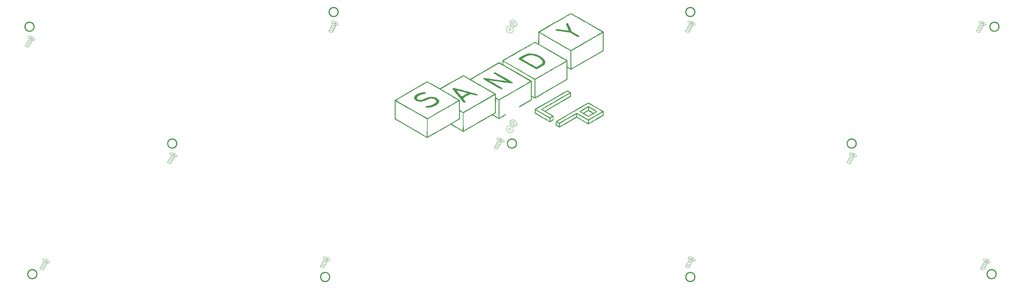
<source format=gto>
G04 #@! TF.GenerationSoftware,KiCad,Pcbnew,8.0.5*
G04 #@! TF.CreationDate,2024-09-18T06:09:18+09:00*
G04 #@! TF.ProjectId,SandyLP_Base,53616e64-794c-4505-9f42-6173652e6b69,v.0*
G04 #@! TF.SameCoordinates,Original*
G04 #@! TF.FileFunction,Legend,Top*
G04 #@! TF.FilePolarity,Positive*
%FSLAX46Y46*%
G04 Gerber Fmt 4.6, Leading zero omitted, Abs format (unit mm)*
G04 Created by KiCad (PCBNEW 8.0.5) date 2024-09-18 06:09:18*
%MOMM*%
%LPD*%
G01*
G04 APERTURE LIST*
%ADD10C,0.330000*%
%ADD11C,0.060000*%
%ADD12C,0.120000*%
%ADD13C,0.000000*%
%ADD14C,3.000000*%
%ADD15C,5.000000*%
%ADD16C,1.600000*%
%ADD17C,2.200000*%
%ADD18O,3.300000X2.000000*%
%ADD19O,1.900000X1.600000*%
%ADD20O,1.300000X1.600000*%
%ADD21C,2.000000*%
%ADD22C,0.650000*%
%ADD23O,1.000000X1.600000*%
%ADD24O,1.000000X2.100000*%
%ADD25C,3.600000*%
%ADD26C,4.400000*%
%ADD27R,0.850000X0.850000*%
%ADD28O,0.850000X0.850000*%
%ADD29C,1.700000*%
%ADD30O,1.700000X1.700000*%
G04 APERTURE END LIST*
D10*
X25166189Y-41840905D02*
G75*
G02*
X22625681Y-41840905I-1270254J0D01*
G01*
X22625681Y-41840905D02*
G75*
G02*
X25166189Y-41840905I1270254J0D01*
G01*
X110434939Y-37719030D02*
G75*
G02*
X107894431Y-37719030I-1270254J0D01*
G01*
X107894431Y-37719030D02*
G75*
G02*
X110434939Y-37719030I1270254J0D01*
G01*
X210447439Y-37719030D02*
G75*
G02*
X207906931Y-37719030I-1270254J0D01*
G01*
X207906931Y-37719030D02*
G75*
G02*
X210447439Y-37719030I1270254J0D01*
G01*
X295716189Y-41840905D02*
G75*
G02*
X293175681Y-41840905I-1270254J0D01*
G01*
X293175681Y-41840905D02*
G75*
G02*
X295716189Y-41840905I1270254J0D01*
G01*
D11*
X62658662Y-79770431D02*
X63708662Y-79770431D01*
X62908662Y-79320431D02*
X63958662Y-79320431D01*
X63158662Y-78870431D02*
X64208662Y-78870431D01*
X63383662Y-78420431D02*
X64433662Y-78420431D01*
D12*
X63483662Y-80270431D02*
X64533662Y-78320431D01*
X63633662Y-77870431D02*
X62533662Y-79870431D01*
D11*
X63923461Y-77445478D02*
X64723461Y-78145478D01*
X64673461Y-77645478D02*
X63923461Y-77895478D01*
D12*
X63306302Y-77503036D02*
G75*
G02*
X63388662Y-77250432I97767J107852D01*
G01*
X63388662Y-77250432D02*
G75*
G02*
X65284844Y-78117627I324059J-1798087D01*
G01*
X63483662Y-80270431D02*
G75*
G02*
X62525084Y-79887589I-317503J596509D01*
G01*
X65199168Y-78356921D02*
G75*
G02*
X63278663Y-77470430I-168063J2159455D01*
G01*
X65281128Y-78120893D02*
G75*
G02*
X65199168Y-78356921I-107866J-94788D01*
G01*
D11*
X107902450Y-42861025D02*
X108952450Y-42861025D01*
X108152450Y-42411025D02*
X109202450Y-42411025D01*
X108402450Y-41961025D02*
X109452450Y-41961025D01*
X108627450Y-41511025D02*
X109677450Y-41511025D01*
D12*
X108727450Y-43361025D02*
X109777450Y-41411025D01*
X108877450Y-40961025D02*
X107777450Y-42961025D01*
D11*
X109167249Y-40536072D02*
X109967249Y-41236072D01*
X109917249Y-40736072D02*
X109167249Y-40986072D01*
D12*
X108550090Y-40593630D02*
G75*
G02*
X108632450Y-40341026I97767J107852D01*
G01*
X108632450Y-40341026D02*
G75*
G02*
X110528632Y-41208221I324059J-1798087D01*
G01*
X108727450Y-43361025D02*
G75*
G02*
X107768872Y-42978183I-317503J596509D01*
G01*
X110442956Y-41447515D02*
G75*
G02*
X108522451Y-40561024I-168063J2159455D01*
G01*
X110524916Y-41211487D02*
G75*
G02*
X110442956Y-41447515I-107866J-94788D01*
G01*
D10*
X108053689Y-112087780D02*
G75*
G02*
X105513181Y-112087780I-1270254J0D01*
G01*
X105513181Y-112087780D02*
G75*
G02*
X108053689Y-112087780I1270254J0D01*
G01*
X25966189Y-111287780D02*
G75*
G02*
X23425681Y-111287780I-1270254J0D01*
G01*
X23425681Y-111287780D02*
G75*
G02*
X25966189Y-111287780I1270254J0D01*
G01*
D11*
X26939882Y-109536081D02*
X27989882Y-109536081D01*
X27189882Y-109086081D02*
X28239882Y-109086081D01*
X27439882Y-108636081D02*
X28489882Y-108636081D01*
X27664882Y-108186081D02*
X28714882Y-108186081D01*
D12*
X27764882Y-110036081D02*
X28814882Y-108086081D01*
X27914882Y-107636081D02*
X26814882Y-109636081D01*
D11*
X28204681Y-107211128D02*
X29004681Y-107911128D01*
X28954681Y-107411128D02*
X28204681Y-107661128D01*
D12*
X27587522Y-107268686D02*
G75*
G02*
X27669882Y-107016082I97767J107852D01*
G01*
X27669882Y-107016082D02*
G75*
G02*
X29566064Y-107883277I324059J-1798087D01*
G01*
X27764882Y-110036081D02*
G75*
G02*
X26806304Y-109653239I-317503J596509D01*
G01*
X29480388Y-108122571D02*
G75*
G02*
X27559883Y-107236080I-168063J2159455D01*
G01*
X29562348Y-107886543D02*
G75*
G02*
X29480388Y-108122571I-107866J-94788D01*
G01*
D11*
X290663541Y-109536081D02*
X291713541Y-109536081D01*
X290913541Y-109086081D02*
X291963541Y-109086081D01*
X291163541Y-108636081D02*
X292213541Y-108636081D01*
X291388541Y-108186081D02*
X292438541Y-108186081D01*
D12*
X291488541Y-110036081D02*
X292538541Y-108086081D01*
X291638541Y-107636081D02*
X290538541Y-109636081D01*
D11*
X291928340Y-107211128D02*
X292728340Y-107911128D01*
X292678340Y-107411128D02*
X291928340Y-107661128D01*
D12*
X291311181Y-107268686D02*
G75*
G02*
X291393541Y-107016082I97767J107852D01*
G01*
X291393541Y-107016082D02*
G75*
G02*
X293289723Y-107883277I324059J-1798087D01*
G01*
X291488541Y-110036081D02*
G75*
G02*
X290529963Y-109653239I-317503J596509D01*
G01*
X293204047Y-108122571D02*
G75*
G02*
X291283542Y-107236080I-168063J2159455D01*
G01*
X293286007Y-107886543D02*
G75*
G02*
X293204047Y-108122571I-107866J-94788D01*
G01*
D10*
X294916189Y-111287780D02*
G75*
G02*
X292375681Y-111287780I-1270254J0D01*
G01*
X292375681Y-111287780D02*
G75*
G02*
X294916189Y-111287780I1270254J0D01*
G01*
X65191189Y-74628405D02*
G75*
G02*
X62650681Y-74628405I-1270254J0D01*
G01*
X62650681Y-74628405D02*
G75*
G02*
X65191189Y-74628405I1270254J0D01*
G01*
D11*
X207915034Y-108940768D02*
X208965034Y-108940768D01*
X208165034Y-108490768D02*
X209215034Y-108490768D01*
X208415034Y-108040768D02*
X209465034Y-108040768D01*
X208640034Y-107590768D02*
X209690034Y-107590768D01*
D12*
X208740034Y-109440768D02*
X209790034Y-107490768D01*
X208890034Y-107040768D02*
X207790034Y-109040768D01*
D11*
X209179833Y-106615815D02*
X209979833Y-107315815D01*
X209929833Y-106815815D02*
X209179833Y-107065815D01*
D12*
X208562674Y-106673373D02*
G75*
G02*
X208645034Y-106420769I97767J107852D01*
G01*
X208645034Y-106420769D02*
G75*
G02*
X210541216Y-107287964I324059J-1798087D01*
G01*
X208740034Y-109440768D02*
G75*
G02*
X207781456Y-109057926I-317503J596509D01*
G01*
X210455540Y-107527258D02*
G75*
G02*
X208535035Y-106640767I-168063J2159455D01*
G01*
X210537500Y-107291230D02*
G75*
G02*
X210455540Y-107527258I-107866J-94788D01*
G01*
D11*
X253158822Y-79770431D02*
X254208822Y-79770431D01*
X253408822Y-79320431D02*
X254458822Y-79320431D01*
X253658822Y-78870431D02*
X254708822Y-78870431D01*
X253883822Y-78420431D02*
X254933822Y-78420431D01*
D12*
X253983822Y-80270431D02*
X255033822Y-78320431D01*
X254133822Y-77870431D02*
X253033822Y-79870431D01*
D11*
X254423621Y-77445478D02*
X255223621Y-78145478D01*
X255173621Y-77645478D02*
X254423621Y-77895478D01*
D12*
X253806462Y-77503036D02*
G75*
G02*
X253888822Y-77250432I97767J107852D01*
G01*
X253888822Y-77250432D02*
G75*
G02*
X255785004Y-78117627I324059J-1798087D01*
G01*
X253983822Y-80270431D02*
G75*
G02*
X253025244Y-79887589I-317503J596509D01*
G01*
X255699328Y-78356921D02*
G75*
G02*
X253778823Y-77470430I-168063J2159455D01*
G01*
X255781288Y-78120893D02*
G75*
G02*
X255699328Y-78356921I-107866J-94788D01*
G01*
D10*
X255691189Y-74628405D02*
G75*
G02*
X253150681Y-74628405I-1270254J0D01*
G01*
X253150681Y-74628405D02*
G75*
G02*
X255691189Y-74628405I1270254J0D01*
G01*
D12*
X158521051Y-40517480D02*
X158721051Y-41317480D01*
X158521051Y-40517480D02*
X158771051Y-40067480D01*
X158721051Y-41317480D02*
X158971051Y-40867480D01*
X158721051Y-41317480D02*
X159521051Y-41917480D01*
X158771051Y-40067480D02*
X158971051Y-40867480D01*
X158771051Y-40067480D02*
X159536557Y-39853970D01*
X158971051Y-40867480D02*
X159771051Y-41467480D01*
X159521051Y-41917480D02*
X159771051Y-41467480D01*
X159521051Y-41917480D02*
X160286557Y-41703970D01*
X159536557Y-39853970D02*
X160336557Y-40453970D01*
X159771051Y-41467480D02*
X160536557Y-41253970D01*
X160286557Y-41703970D02*
X160536557Y-41253970D01*
X160336557Y-40453970D02*
X160536557Y-41253970D01*
X157838350Y-41827383D02*
G75*
G02*
X159496050Y-43217480I522704J-1060130D01*
G01*
X158393390Y-42342480D02*
G75*
G02*
X158821051Y-42897065I83516J-377783D01*
G01*
X158792873Y-42908954D02*
G75*
G02*
X158371052Y-42367481I-125701J337117D01*
G01*
X159443390Y-40367480D02*
G75*
G02*
X159871055Y-40922067I83511J-377790D01*
G01*
X159489993Y-43234293D02*
G75*
G02*
X157844087Y-41814017I-813036J721630D01*
G01*
X159842873Y-40933954D02*
G75*
G02*
X159421085Y-40392503I-125722J337074D01*
G01*
D11*
X154336864Y-75603240D02*
X155386864Y-75603240D01*
X154586864Y-75153240D02*
X155636864Y-75153240D01*
X154836864Y-74703240D02*
X155886864Y-74703240D01*
X155061864Y-74253240D02*
X156111864Y-74253240D01*
D12*
X155161864Y-76103240D02*
X156211864Y-74153240D01*
X155311864Y-73703240D02*
X154211864Y-75703240D01*
D11*
X155601663Y-73278287D02*
X156401663Y-73978287D01*
X156351663Y-73478287D02*
X155601663Y-73728287D01*
D12*
X154984504Y-73335845D02*
G75*
G02*
X155066864Y-73083241I97767J107852D01*
G01*
X155066864Y-73083241D02*
G75*
G02*
X156963046Y-73950436I324059J-1798087D01*
G01*
X155161864Y-76103240D02*
G75*
G02*
X154203286Y-75720398I-317503J596509D01*
G01*
X156877370Y-74189730D02*
G75*
G02*
X154956865Y-73303239I-168063J2159455D01*
G01*
X156959330Y-73953702D02*
G75*
G02*
X156877370Y-74189730I-107866J-94788D01*
G01*
D10*
X160441189Y-74628405D02*
G75*
G02*
X157900681Y-74628405I-1270254J0D01*
G01*
X157900681Y-74628405D02*
G75*
G02*
X160441189Y-74628405I1270254J0D01*
G01*
D11*
X22772691Y-47028216D02*
X23822691Y-47028216D01*
X23022691Y-46578216D02*
X24072691Y-46578216D01*
X23272691Y-46128216D02*
X24322691Y-46128216D01*
X23497691Y-45678216D02*
X24547691Y-45678216D01*
D12*
X23597691Y-47528216D02*
X24647691Y-45578216D01*
X23747691Y-45128216D02*
X22647691Y-47128216D01*
D11*
X24037490Y-44703263D02*
X24837490Y-45403263D01*
X24787490Y-44903263D02*
X24037490Y-45153263D01*
D12*
X23420331Y-44760821D02*
G75*
G02*
X23502691Y-44508217I97767J107852D01*
G01*
X23502691Y-44508217D02*
G75*
G02*
X25398873Y-45375412I324059J-1798087D01*
G01*
X23597691Y-47528216D02*
G75*
G02*
X22639113Y-47145374I-317503J596509D01*
G01*
X25313197Y-45614706D02*
G75*
G02*
X23392692Y-44728215I-168063J2159455D01*
G01*
X25395157Y-45378678D02*
G75*
G02*
X25313197Y-45614706I-107866J-94788D01*
G01*
D11*
X105521198Y-108940768D02*
X106571198Y-108940768D01*
X105771198Y-108490768D02*
X106821198Y-108490768D01*
X106021198Y-108040768D02*
X107071198Y-108040768D01*
X106246198Y-107590768D02*
X107296198Y-107590768D01*
D12*
X106346198Y-109440768D02*
X107396198Y-107490768D01*
X106496198Y-107040768D02*
X105396198Y-109040768D01*
D11*
X106785997Y-106615815D02*
X107585997Y-107315815D01*
X107535997Y-106815815D02*
X106785997Y-107065815D01*
D12*
X106168838Y-106673373D02*
G75*
G02*
X106251198Y-106420769I97767J107852D01*
G01*
X106251198Y-106420769D02*
G75*
G02*
X108147380Y-107287964I324059J-1798087D01*
G01*
X106346198Y-109440768D02*
G75*
G02*
X105387620Y-109057926I-317503J596509D01*
G01*
X108061704Y-107527258D02*
G75*
G02*
X106141199Y-106640767I-168063J2159455D01*
G01*
X108143664Y-107291230D02*
G75*
G02*
X108061704Y-107527258I-107866J-94788D01*
G01*
D13*
G36*
X174826452Y-40873864D02*
G01*
X174945456Y-40928685D01*
X174946439Y-40929851D01*
X174989292Y-41006983D01*
X175069270Y-41174417D01*
X175178241Y-41414217D01*
X175308073Y-41708445D01*
X175450633Y-42039162D01*
X175470065Y-42084814D01*
X175926565Y-43158894D01*
X177010965Y-43789693D01*
X177376766Y-44004143D01*
X177652054Y-44170293D01*
X177848923Y-44296722D01*
X177979472Y-44392007D01*
X178055798Y-44464728D01*
X178089995Y-44523462D01*
X178095364Y-44558686D01*
X178081577Y-44645220D01*
X178019567Y-44689261D01*
X177878362Y-44708760D01*
X177831392Y-44711662D01*
X177734496Y-44712141D01*
X177635941Y-44697309D01*
X177519524Y-44659811D01*
X177369039Y-44592289D01*
X177168281Y-44487385D01*
X176901045Y-44337743D01*
X176551127Y-44136006D01*
X176507058Y-44110414D01*
X175446696Y-43494387D01*
X173574033Y-43228311D01*
X173111614Y-43161370D01*
X172680647Y-43096625D01*
X172296457Y-43036560D01*
X171974368Y-42983660D01*
X171729708Y-42940409D01*
X171577801Y-42909294D01*
X171540053Y-42898539D01*
X171417360Y-42815112D01*
X171378736Y-42726701D01*
X171386377Y-42655246D01*
X171416902Y-42601366D01*
X171481715Y-42565090D01*
X171592218Y-42546449D01*
X171759816Y-42545474D01*
X171995911Y-42562193D01*
X172311908Y-42596639D01*
X172719209Y-42648840D01*
X173229217Y-42718827D01*
X173322331Y-42731848D01*
X173755512Y-42791766D01*
X174149645Y-42844823D01*
X174490167Y-42889175D01*
X174762514Y-42922978D01*
X174952122Y-42944389D01*
X175044429Y-42951564D01*
X175050937Y-42950701D01*
X175036026Y-42892746D01*
X174981831Y-42745190D01*
X174895467Y-42526187D01*
X174784049Y-42253893D01*
X174689030Y-42027285D01*
X174562142Y-41718295D01*
X174455182Y-41439936D01*
X174375561Y-41212975D01*
X174330692Y-41058182D01*
X174323895Y-41004121D01*
X174356992Y-40926575D01*
X174447991Y-40885252D01*
X174610202Y-40866458D01*
X174826452Y-40873864D01*
G37*
G36*
X164374476Y-49362557D02*
G01*
X164801277Y-49401166D01*
X164965831Y-49422169D01*
X165577322Y-49535390D01*
X166159652Y-49702578D01*
X166702014Y-49916428D01*
X167193602Y-50169637D01*
X167623610Y-50454901D01*
X167981230Y-50764915D01*
X168255656Y-51092375D01*
X168436083Y-51429978D01*
X168511703Y-51770418D01*
X168513328Y-51819912D01*
X168467233Y-52155016D01*
X168321378Y-52429937D01*
X168137805Y-52605455D01*
X167994649Y-52702736D01*
X167783036Y-52834742D01*
X167524071Y-52989519D01*
X167238858Y-53155113D01*
X166948502Y-53319570D01*
X166674108Y-53470936D01*
X166436781Y-53597255D01*
X166257625Y-53686575D01*
X166157951Y-53726894D01*
X165999784Y-53722497D01*
X165803919Y-53662868D01*
X165776658Y-53650700D01*
X165664796Y-53592864D01*
X165469729Y-53485829D01*
X165204061Y-53336904D01*
X164880396Y-53153396D01*
X164511338Y-52942613D01*
X164109491Y-52711863D01*
X163687458Y-52468453D01*
X163257845Y-52219692D01*
X162833254Y-51972887D01*
X162426290Y-51735345D01*
X162049556Y-51514376D01*
X161715657Y-51317285D01*
X161437196Y-51151382D01*
X161226778Y-51023973D01*
X161097006Y-50942367D01*
X161061131Y-50916641D01*
X161031441Y-50856826D01*
X161949131Y-50856826D01*
X163950885Y-52013834D01*
X164392264Y-52268421D01*
X164801900Y-52503683D01*
X165168695Y-52713322D01*
X165481551Y-52891039D01*
X165729367Y-53030537D01*
X165901046Y-53125517D01*
X165985488Y-53169681D01*
X165992008Y-53172083D01*
X166056411Y-53145152D01*
X166198731Y-53071526D01*
X166395545Y-52963624D01*
X166549283Y-52876593D01*
X166933343Y-52653130D01*
X167225685Y-52472130D01*
X167438558Y-52321697D01*
X167584213Y-52189935D01*
X167674897Y-52064948D01*
X167722862Y-51934840D01*
X167740357Y-51787714D01*
X167741566Y-51718717D01*
X167685187Y-51445518D01*
X167526388Y-51172322D01*
X167279851Y-50906250D01*
X166960262Y-50654424D01*
X166582304Y-50423965D01*
X166160661Y-50221995D01*
X165710017Y-50055636D01*
X165245057Y-49932008D01*
X164780463Y-49858234D01*
X164330920Y-49841434D01*
X163951937Y-49880803D01*
X163757584Y-49922292D01*
X163574320Y-49976947D01*
X163380486Y-50054542D01*
X163154425Y-50164847D01*
X162874475Y-50317636D01*
X162518980Y-50522681D01*
X162484373Y-50542957D01*
X161949131Y-50856826D01*
X161031441Y-50856826D01*
X161008135Y-50809874D01*
X161012977Y-50749500D01*
X161072329Y-50694726D01*
X161217950Y-50593460D01*
X161433500Y-50456090D01*
X161702637Y-50293001D01*
X162009020Y-50114583D01*
X162036413Y-50098954D01*
X162520227Y-49833102D01*
X162934211Y-49631931D01*
X163302498Y-49489866D01*
X163649217Y-49401332D01*
X163998499Y-49360754D01*
X164374476Y-49362557D01*
G37*
G36*
X142923791Y-59038701D02*
G01*
X143115426Y-59082161D01*
X143393473Y-59149692D01*
X143745586Y-59238000D01*
X144159423Y-59343789D01*
X144622638Y-59463767D01*
X145122888Y-59594639D01*
X145647828Y-59733110D01*
X146185114Y-59875887D01*
X146722403Y-60019674D01*
X147247350Y-60161179D01*
X147747611Y-60297106D01*
X148210841Y-60424161D01*
X148624697Y-60539050D01*
X148976835Y-60638479D01*
X149254910Y-60719154D01*
X149446578Y-60777780D01*
X149539494Y-60811063D01*
X149545193Y-60814430D01*
X149600242Y-60918776D01*
X149603853Y-60999369D01*
X149561815Y-61082987D01*
X149458297Y-61127875D01*
X149283119Y-61133569D01*
X149026102Y-61099605D01*
X148677066Y-61025520D01*
X148343479Y-60941963D01*
X147507824Y-60723405D01*
X146506878Y-61297692D01*
X146197612Y-61476542D01*
X145924316Y-61637276D01*
X145702987Y-61770264D01*
X145549622Y-61865878D01*
X145480219Y-61914489D01*
X145478194Y-61916859D01*
X145500760Y-61978536D01*
X145583519Y-62109987D01*
X145712405Y-62290157D01*
X145830101Y-62443604D01*
X146003467Y-62669503D01*
X146109823Y-62825995D01*
X146159409Y-62931974D01*
X146162462Y-63006333D01*
X146150838Y-63035540D01*
X146045122Y-63121539D01*
X145878066Y-63149929D01*
X145689771Y-63122041D01*
X145520338Y-63039202D01*
X145489457Y-63013625D01*
X145421307Y-62939100D01*
X145292322Y-62786914D01*
X145112180Y-62569176D01*
X144890556Y-62297994D01*
X144637130Y-61985478D01*
X144361578Y-61643734D01*
X144073578Y-61284874D01*
X143782807Y-60921004D01*
X143498944Y-60564234D01*
X143231665Y-60226673D01*
X142990649Y-59920429D01*
X142860027Y-59753029D01*
X143749786Y-59753029D01*
X143760867Y-59804387D01*
X143841711Y-59934506D01*
X143985020Y-60133681D01*
X144183494Y-60392212D01*
X144429833Y-60700396D01*
X144716739Y-61048530D01*
X144792177Y-61138562D01*
X145052782Y-61448602D01*
X145237122Y-61340339D01*
X145362448Y-61267856D01*
X145561005Y-61154281D01*
X145803825Y-61016141D01*
X146022732Y-60892124D01*
X146257502Y-60756352D01*
X146449298Y-60639655D01*
X146578032Y-60554661D01*
X146623653Y-60514365D01*
X146569688Y-60489190D01*
X146420354Y-60440705D01*
X146194156Y-60373812D01*
X145909603Y-60293415D01*
X145585203Y-60204416D01*
X145239463Y-60111718D01*
X144890890Y-60020225D01*
X144557992Y-59934840D01*
X144259278Y-59860465D01*
X144013254Y-59802003D01*
X143838428Y-59764357D01*
X143753307Y-59752431D01*
X143749786Y-59753029D01*
X142860027Y-59753029D01*
X142785572Y-59657611D01*
X142626112Y-59450327D01*
X142521946Y-59310686D01*
X142483158Y-59252086D01*
X142497722Y-59152442D01*
X142599087Y-59070185D01*
X142756765Y-59025433D01*
X142830911Y-59022606D01*
X142923791Y-59038701D01*
G37*
G36*
X134872202Y-60265048D02*
G01*
X134986697Y-60354818D01*
X135009221Y-60445830D01*
X134999719Y-60520540D01*
X134958256Y-60577113D01*
X134865396Y-60624409D01*
X134701703Y-60671290D01*
X134447740Y-60726614D01*
X134349846Y-60746423D01*
X133902219Y-60860548D01*
X133486867Y-61012683D01*
X133123049Y-61192707D01*
X132830023Y-61390498D01*
X132627049Y-61595937D01*
X132574711Y-61679289D01*
X132525053Y-61878004D01*
X132586701Y-62056499D01*
X132754551Y-62209124D01*
X133023496Y-62330231D01*
X133208373Y-62380402D01*
X133491546Y-62409231D01*
X133802831Y-62369482D01*
X134160722Y-62256879D01*
X134583715Y-62067142D01*
X134601791Y-62058118D01*
X135064228Y-61842075D01*
X135470167Y-61691136D01*
X135854169Y-61596429D01*
X136250795Y-61549084D01*
X136622385Y-61539445D01*
X136960246Y-61547442D01*
X137217426Y-61569927D01*
X137430163Y-61611672D01*
X137614927Y-61670143D01*
X138074178Y-61871882D01*
X138426626Y-62101818D01*
X138669297Y-62357595D01*
X138789053Y-62600117D01*
X138799044Y-62815922D01*
X138722243Y-63069574D01*
X138569450Y-63333802D01*
X138432549Y-63500392D01*
X138161831Y-63732825D01*
X137801315Y-63957337D01*
X137378355Y-64159757D01*
X136920308Y-64325911D01*
X136739706Y-64377391D01*
X136404393Y-64451405D01*
X136058156Y-64503720D01*
X135727670Y-64532606D01*
X135439608Y-64536331D01*
X135220647Y-64513164D01*
X135126542Y-64482088D01*
X135011129Y-64380860D01*
X134961418Y-64275431D01*
X134960321Y-64206372D01*
X134992922Y-64157241D01*
X135078045Y-64121645D01*
X135234513Y-64093192D01*
X135481151Y-64065491D01*
X135618429Y-64052330D01*
X136036518Y-63992412D01*
X136427779Y-63887229D01*
X136837173Y-63723121D01*
X137069102Y-63611495D01*
X137471549Y-63383367D01*
X137757451Y-63162434D01*
X137926734Y-62948972D01*
X137979322Y-62743258D01*
X137915143Y-62545569D01*
X137734122Y-62356182D01*
X137452357Y-62183448D01*
X137144070Y-62054451D01*
X136840414Y-61988045D01*
X136522364Y-61986177D01*
X136170895Y-62050792D01*
X135766981Y-62183840D01*
X135291598Y-62387265D01*
X135243863Y-62409463D01*
X134794927Y-62604941D01*
X134406069Y-62737919D01*
X134043331Y-62816045D01*
X133672753Y-62846969D01*
X133324599Y-62841777D01*
X132997213Y-62814469D01*
X132740488Y-62762991D01*
X132508685Y-62677851D01*
X132486819Y-62667907D01*
X132141484Y-62480685D01*
X131905255Y-62282482D01*
X131769923Y-62061378D01*
X131727277Y-61805454D01*
X131748713Y-61596331D01*
X131847134Y-61365954D01*
X132046241Y-61135213D01*
X132329740Y-60912694D01*
X132681337Y-60706987D01*
X133084740Y-60526681D01*
X133523654Y-60380363D01*
X133981787Y-60276623D01*
X134338808Y-60231045D01*
X134657487Y-60224190D01*
X134872202Y-60265048D01*
G37*
G36*
X154424320Y-54661069D02*
G01*
X154513500Y-54687321D01*
X154629750Y-54734318D01*
X154782476Y-54806922D01*
X154981081Y-54910000D01*
X155234969Y-55048414D01*
X155553546Y-55227030D01*
X155946216Y-55450711D01*
X156422382Y-55724321D01*
X156927164Y-56015588D01*
X157412026Y-56296935D01*
X157866092Y-56562859D01*
X158279132Y-56807195D01*
X158640917Y-57023778D01*
X158941219Y-57206443D01*
X159169809Y-57349024D01*
X159316459Y-57445355D01*
X159370518Y-57488334D01*
X159382922Y-57605637D01*
X159303264Y-57700878D01*
X159156704Y-57747276D01*
X159126173Y-57748379D01*
X159039774Y-57740247D01*
X158848635Y-57717058D01*
X158564156Y-57680348D01*
X158197738Y-57631652D01*
X157760782Y-57572507D01*
X157264689Y-57504449D01*
X156720860Y-57429014D01*
X156140696Y-57347737D01*
X155892889Y-57312787D01*
X155306447Y-57230247D01*
X154755994Y-57153416D01*
X154252283Y-57083749D01*
X153806064Y-57022704D01*
X153428087Y-56971736D01*
X153129105Y-56932301D01*
X152919867Y-56905856D01*
X152811126Y-56893856D01*
X152797824Y-56893574D01*
X152842922Y-56925449D01*
X152978261Y-57008734D01*
X153192244Y-57136589D01*
X153473275Y-57302171D01*
X153809759Y-57498639D01*
X154190097Y-57719150D01*
X154498453Y-57896942D01*
X154913792Y-58136394D01*
X155302547Y-58361517D01*
X155651468Y-58564562D01*
X155947305Y-58737779D01*
X156176807Y-58873420D01*
X156326724Y-58963735D01*
X156376311Y-58995211D01*
X156496425Y-59115816D01*
X156534373Y-59238811D01*
X156484463Y-59334249D01*
X156444839Y-59355732D01*
X156373982Y-59376605D01*
X156294922Y-59382706D01*
X156198484Y-59369633D01*
X156075496Y-59332982D01*
X155916784Y-59268348D01*
X155713176Y-59171328D01*
X155455498Y-59037518D01*
X155134576Y-58862514D01*
X154741239Y-58641911D01*
X154266312Y-58371307D01*
X153700622Y-58046297D01*
X153617042Y-57998151D01*
X153034338Y-57660531D01*
X152520426Y-57358902D01*
X152080684Y-57096559D01*
X151720490Y-56876798D01*
X151445223Y-56702914D01*
X151260261Y-56578203D01*
X151170983Y-56505959D01*
X151163654Y-56494985D01*
X151171026Y-56377152D01*
X151284692Y-56306713D01*
X151499637Y-56283230D01*
X151598140Y-56290927D01*
X151800918Y-56313359D01*
X152096057Y-56348999D01*
X152471645Y-56396317D01*
X152915767Y-56453786D01*
X153416510Y-56519877D01*
X153961960Y-56593064D01*
X154540205Y-56671818D01*
X154692019Y-56692682D01*
X155268887Y-56771755D01*
X155809604Y-56845183D01*
X156303231Y-56911530D01*
X156738824Y-56969357D01*
X157105443Y-57017227D01*
X157392145Y-57053702D01*
X157587990Y-57077344D01*
X157682036Y-57086716D01*
X157688832Y-57086478D01*
X157643731Y-57054486D01*
X157508078Y-56970766D01*
X157293096Y-56841949D01*
X157010008Y-56674668D01*
X156670037Y-56475556D01*
X156284406Y-56251245D01*
X155874972Y-56014501D01*
X155390490Y-55734428D01*
X154998593Y-55505797D01*
X154689722Y-55322339D01*
X154454316Y-55177783D01*
X154282815Y-55065861D01*
X154165659Y-54980303D01*
X154093288Y-54914840D01*
X154056143Y-54863201D01*
X154044663Y-54819119D01*
X154044556Y-54814123D01*
X154058737Y-54720717D01*
X154122686Y-54674097D01*
X154268510Y-54652931D01*
X154289554Y-54651340D01*
X154352806Y-54650697D01*
X154424320Y-54661069D01*
G37*
G36*
X180687671Y-64188046D02*
G01*
X180842896Y-64271070D01*
X181069296Y-64395755D01*
X181351621Y-64553661D01*
X181674626Y-64736349D01*
X181868352Y-64846766D01*
X182265474Y-65075980D01*
X182569026Y-65256880D01*
X182789044Y-65396201D01*
X182935563Y-65500674D01*
X183018618Y-65577033D01*
X183048245Y-65632010D01*
X183048701Y-65638683D01*
X183026080Y-65691072D01*
X182951524Y-65763835D01*
X182814996Y-65863704D01*
X182606459Y-65997411D01*
X182315874Y-66171688D01*
X181933205Y-66393266D01*
X181867941Y-66430599D01*
X181527181Y-66623562D01*
X181216827Y-66796045D01*
X180952494Y-66939633D01*
X180749796Y-67045914D01*
X180624348Y-67106470D01*
X180593813Y-67117254D01*
X180518576Y-67092132D01*
X180357815Y-67015112D01*
X180126813Y-66894317D01*
X179840849Y-66737871D01*
X179515206Y-66553898D01*
X179297905Y-66428305D01*
X178923082Y-66206195D01*
X178907422Y-66196557D01*
X179454822Y-66196557D01*
X179455331Y-66197145D01*
X179522907Y-66242548D01*
X179663409Y-66327467D01*
X179850882Y-66437104D01*
X180059369Y-66556665D01*
X180262914Y-66671354D01*
X180435559Y-66766376D01*
X180551350Y-66826936D01*
X180584701Y-66840899D01*
X180642902Y-66813852D01*
X180781447Y-66740195D01*
X180978844Y-66631568D01*
X181185971Y-66515273D01*
X181415017Y-66383939D01*
X181600852Y-66274250D01*
X181723024Y-66198487D01*
X181761646Y-66169498D01*
X181714277Y-66134637D01*
X181588624Y-66057553D01*
X181409368Y-65952258D01*
X181201191Y-65832764D01*
X180988774Y-65713081D01*
X180796800Y-65607222D01*
X180649950Y-65529197D01*
X180572905Y-65493019D01*
X180568271Y-65492031D01*
X180491215Y-65520549D01*
X180349033Y-65596097D01*
X180165412Y-65703666D01*
X179964041Y-65828249D01*
X179768607Y-65954838D01*
X179602801Y-66068424D01*
X179490310Y-66154000D01*
X179454822Y-66196557D01*
X178907422Y-66196557D01*
X178605554Y-66010773D01*
X178355793Y-65848903D01*
X178184269Y-65727450D01*
X178101455Y-65653280D01*
X178095364Y-65639871D01*
X178101779Y-65633152D01*
X178477422Y-65633152D01*
X178667686Y-65747475D01*
X178828812Y-65845723D01*
X178965924Y-65931600D01*
X178975272Y-65937617D01*
X179079098Y-65992229D01*
X179127016Y-66002041D01*
X179188038Y-65969934D01*
X179330241Y-65890313D01*
X179533385Y-65774638D01*
X179777232Y-65634367D01*
X179816277Y-65611793D01*
X180455922Y-65241730D01*
X180705757Y-65241730D01*
X181365688Y-65627749D01*
X181613725Y-65770731D01*
X181823946Y-65887940D01*
X181976550Y-65968630D01*
X182051737Y-66002051D01*
X182055550Y-66002207D01*
X182119002Y-65969672D01*
X182253154Y-65897031D01*
X182393142Y-65819846D01*
X182552877Y-65728073D01*
X182658468Y-65661405D01*
X182685843Y-65636832D01*
X182632692Y-65605318D01*
X182493496Y-65524766D01*
X182284103Y-65404293D01*
X182020361Y-65253016D01*
X181718119Y-65080051D01*
X181688321Y-65063017D01*
X180705757Y-64501418D01*
X180705757Y-64871574D01*
X180705757Y-65241730D01*
X180455922Y-65241730D01*
X180471115Y-65232940D01*
X180471115Y-64871574D01*
X180471115Y-64861998D01*
X180469425Y-64661648D01*
X180457809Y-64557161D01*
X180426446Y-64527076D01*
X180365519Y-64549935D01*
X180335784Y-64566255D01*
X180240805Y-64620021D01*
X180064346Y-64720811D01*
X179826577Y-64857070D01*
X179547670Y-65017243D01*
X179338937Y-65137303D01*
X178477422Y-65633152D01*
X178101779Y-65633152D01*
X178143975Y-65588956D01*
X178278510Y-65491599D01*
X178482026Y-65357768D01*
X178737580Y-65197433D01*
X179028227Y-65020562D01*
X179337024Y-64837125D01*
X179647028Y-64657090D01*
X179941294Y-64490428D01*
X180202879Y-64347106D01*
X180414840Y-64237094D01*
X180560232Y-64170362D01*
X180618869Y-64155126D01*
X180687671Y-64188046D01*
G37*
G36*
X174787469Y-59771267D02*
G01*
X174946425Y-59846121D01*
X175150311Y-59954303D01*
X175253063Y-60012408D01*
X175719614Y-60281514D01*
X175719614Y-60880127D01*
X175719614Y-61478740D01*
X175352986Y-61692112D01*
X175237228Y-61759367D01*
X175029929Y-61879682D01*
X174741048Y-62047282D01*
X174380545Y-62256389D01*
X173958380Y-62501228D01*
X173484511Y-62776023D01*
X172968900Y-63074997D01*
X172421504Y-63392375D01*
X171852285Y-63722379D01*
X171809564Y-63747146D01*
X168632770Y-65588808D01*
X169639125Y-66165837D01*
X169955452Y-66348630D01*
X170241677Y-66516690D01*
X170480253Y-66659502D01*
X170653633Y-66766549D01*
X170744269Y-66827315D01*
X170748136Y-66830467D01*
X170797323Y-66892346D01*
X170828276Y-66992443D01*
X170844768Y-67154925D01*
X170850569Y-67403958D01*
X170850792Y-67488212D01*
X170850792Y-68058358D01*
X170347704Y-68359028D01*
X170134610Y-68485572D01*
X169963177Y-68585841D01*
X169855507Y-68646997D01*
X169830081Y-68659699D01*
X169777987Y-68631155D01*
X169635132Y-68549602D01*
X169412090Y-68421157D01*
X169119432Y-68251938D01*
X168767731Y-68048063D01*
X168367559Y-67815649D01*
X167929489Y-67560814D01*
X167691518Y-67422224D01*
X165567491Y-66184749D01*
X165584083Y-65567596D01*
X165585684Y-65508034D01*
X165813970Y-65508034D01*
X165817854Y-65676759D01*
X165835318Y-66037469D01*
X167771115Y-67169172D01*
X168203332Y-67421725D01*
X168602706Y-67654836D01*
X168958163Y-67862062D01*
X169258631Y-68036958D01*
X169493037Y-68173080D01*
X169650308Y-68263985D01*
X169719372Y-68303227D01*
X169721577Y-68304306D01*
X169729084Y-68252674D01*
X169734372Y-68114358D01*
X169736242Y-67931488D01*
X169736242Y-67882447D01*
X169970944Y-67882447D01*
X169975058Y-68072422D01*
X169985846Y-68204922D01*
X169999333Y-68249075D01*
X170060613Y-68220743D01*
X170190262Y-68147322D01*
X170321966Y-68068062D01*
X170616150Y-67887049D01*
X170616150Y-67540118D01*
X170610722Y-67355969D01*
X170596633Y-67230166D01*
X170580800Y-67193186D01*
X170514175Y-67219728D01*
X170379437Y-67288191D01*
X170258227Y-67354502D01*
X169971003Y-67515819D01*
X169970944Y-67882447D01*
X169736242Y-67882447D01*
X169736242Y-67555240D01*
X168783009Y-67001898D01*
X168461447Y-66815530D01*
X168155963Y-66639021D01*
X167888546Y-66485036D01*
X167681184Y-66366239D01*
X167565803Y-66300838D01*
X167415810Y-66215532D01*
X167192758Y-66086962D01*
X166924698Y-65931371D01*
X166639682Y-65764999D01*
X166587762Y-65734585D01*
X166328576Y-65584113D01*
X166106042Y-65457645D01*
X165939367Y-65365890D01*
X165847759Y-65319555D01*
X165837042Y-65316050D01*
X165820512Y-65369304D01*
X165813970Y-65508034D01*
X165585684Y-65508034D01*
X165597823Y-65056539D01*
X165942518Y-65056539D01*
X167883376Y-66178485D01*
X169824233Y-67300431D01*
X170088205Y-67151019D01*
X170246480Y-67058990D01*
X170360562Y-66988176D01*
X170392284Y-66965410D01*
X170353626Y-66928337D01*
X170224965Y-66840732D01*
X170018315Y-66709999D01*
X169745694Y-66543538D01*
X169419116Y-66348754D01*
X169050597Y-66133047D01*
X168896441Y-66043891D01*
X168511089Y-65819229D01*
X168159988Y-65609650D01*
X167855796Y-65423100D01*
X167611174Y-65267524D01*
X167438782Y-65150870D01*
X167351278Y-65081082D01*
X167342979Y-65068878D01*
X167375728Y-65029783D01*
X167382241Y-65024952D01*
X167781412Y-65024952D01*
X167804613Y-65069317D01*
X167900546Y-65148620D01*
X168038204Y-65243004D01*
X168186583Y-65332610D01*
X168314676Y-65397581D01*
X168391476Y-65418059D01*
X168394075Y-65417333D01*
X168449623Y-65386401D01*
X168598365Y-65301318D01*
X168832045Y-65166858D01*
X169142408Y-64987795D01*
X169521196Y-64768900D01*
X169960153Y-64514948D01*
X170451023Y-64230712D01*
X170985550Y-63920964D01*
X171555478Y-63590479D01*
X171957701Y-63357113D01*
X175484972Y-61310186D01*
X175484972Y-60939835D01*
X175484972Y-60569483D01*
X174414418Y-61188984D01*
X174150044Y-61341813D01*
X173798677Y-61544687D01*
X173375011Y-61789136D01*
X172893738Y-62066688D01*
X172369552Y-62368872D01*
X171817145Y-62687215D01*
X171251210Y-63013247D01*
X170686440Y-63338496D01*
X170586819Y-63395854D01*
X170066028Y-63695950D01*
X169575604Y-63979028D01*
X169125015Y-64239592D01*
X168723727Y-64472145D01*
X168381205Y-64671190D01*
X168106917Y-64831229D01*
X167910328Y-64946766D01*
X167800905Y-65012304D01*
X167781412Y-65024952D01*
X167382241Y-65024952D01*
X167483547Y-64949810D01*
X167669509Y-64827109D01*
X167936684Y-64659830D01*
X168288146Y-64446121D01*
X168726964Y-64184132D01*
X169256211Y-63872012D01*
X169878958Y-63507910D01*
X170598278Y-63089975D01*
X171318466Y-62673383D01*
X171944623Y-62311001D01*
X172539501Y-61965161D01*
X173095527Y-61640363D01*
X173605128Y-61341102D01*
X174060731Y-61071876D01*
X174454764Y-60837181D01*
X174779651Y-60641516D01*
X175027821Y-60489378D01*
X175191701Y-60385263D01*
X175263716Y-60333669D01*
X175266232Y-60329066D01*
X175192093Y-60280149D01*
X175052755Y-60197785D01*
X174957027Y-60143657D01*
X174693055Y-59996760D01*
X170317787Y-62526649D01*
X165942518Y-65056539D01*
X165597823Y-65056539D01*
X165600676Y-64950443D01*
X170108335Y-62346872D01*
X170777346Y-61961003D01*
X171418246Y-61592404D01*
X172023645Y-61245265D01*
X172586152Y-60923776D01*
X173098377Y-60632125D01*
X173552929Y-60374503D01*
X173942417Y-60155099D01*
X174259450Y-59978103D01*
X174496638Y-59847704D01*
X174646590Y-59768091D01*
X174701253Y-59743302D01*
X174787469Y-59771267D01*
G37*
G36*
X180700961Y-63195512D02*
G01*
X180867364Y-63281844D01*
X181112110Y-63414471D01*
X181423688Y-63587002D01*
X181790588Y-63793044D01*
X182201303Y-64026207D01*
X182644321Y-64280097D01*
X182809512Y-64375349D01*
X184870653Y-65565763D01*
X184870653Y-66162815D01*
X184870653Y-66759867D01*
X182719960Y-68011210D01*
X182167497Y-68331477D01*
X181707990Y-68595060D01*
X181333973Y-68805935D01*
X181037979Y-68968075D01*
X180812540Y-69085456D01*
X180650190Y-69162051D01*
X180543462Y-69201834D01*
X180484889Y-69208781D01*
X180476196Y-69205442D01*
X180403552Y-69162425D01*
X180242829Y-69068217D01*
X180007365Y-68930602D01*
X179710499Y-68757368D01*
X179365569Y-68556301D01*
X178985913Y-68335190D01*
X178844532Y-68252896D01*
X177305939Y-67357464D01*
X174928480Y-68741838D01*
X174444575Y-69022364D01*
X173989388Y-69283844D01*
X173573373Y-69520443D01*
X173206980Y-69726327D01*
X172900663Y-69895665D01*
X172664873Y-70022621D01*
X172510062Y-70101364D01*
X172447959Y-70126212D01*
X172353942Y-70096934D01*
X172190000Y-70018649D01*
X171984968Y-69905676D01*
X171889300Y-69848751D01*
X171433701Y-69571291D01*
X171438018Y-69412601D01*
X171672039Y-69412601D01*
X171980007Y-69592131D01*
X172144369Y-69686851D01*
X172261690Y-69752398D01*
X172302639Y-69772954D01*
X172310215Y-69720223D01*
X172314856Y-69598546D01*
X172560800Y-69598546D01*
X172570248Y-69730475D01*
X172587756Y-69774248D01*
X172645463Y-69745640D01*
X172794109Y-69663761D01*
X173023338Y-69534530D01*
X173322795Y-69363868D01*
X173682123Y-69157693D01*
X174090966Y-68921924D01*
X174538968Y-68662482D01*
X174907645Y-68448239D01*
X177186127Y-67122229D01*
X177186127Y-67116079D01*
X177420769Y-67116079D01*
X178931277Y-68001675D01*
X179311391Y-68224369D01*
X179657402Y-68426770D01*
X179956755Y-68601560D01*
X180196893Y-68741418D01*
X180365262Y-68839026D01*
X180449307Y-68887063D01*
X180456450Y-68890805D01*
X180463951Y-68839225D01*
X180469238Y-68700924D01*
X180469667Y-68658952D01*
X180714430Y-68658952D01*
X180723377Y-68791367D01*
X180740378Y-68835680D01*
X180798393Y-68807111D01*
X180946356Y-68725699D01*
X181172979Y-68597892D01*
X181466972Y-68430135D01*
X181817046Y-68228875D01*
X182211913Y-68000558D01*
X182640282Y-67751630D01*
X182708304Y-67711993D01*
X184636011Y-66588306D01*
X184636011Y-66219931D01*
X184636011Y-65851556D01*
X183506796Y-66503927D01*
X183110193Y-66732991D01*
X182684847Y-66978552D01*
X182263202Y-67221884D01*
X181877706Y-67444264D01*
X181560802Y-67626966D01*
X181556334Y-67629541D01*
X180735087Y-68102785D01*
X180717623Y-68469232D01*
X180714430Y-68658952D01*
X180469667Y-68658952D01*
X180471115Y-68517462D01*
X180471115Y-68140584D01*
X179635203Y-67657553D01*
X179280843Y-67452691D01*
X178892998Y-67228316D01*
X178513112Y-67008413D01*
X178182627Y-66816964D01*
X178110030Y-66774879D01*
X177420769Y-66375237D01*
X177420769Y-66745658D01*
X177420769Y-67116079D01*
X177186127Y-67116079D01*
X177186127Y-66776414D01*
X177184993Y-66745658D01*
X177179356Y-66592799D01*
X177161783Y-66467752D01*
X177142131Y-66431512D01*
X177083760Y-66460175D01*
X176934376Y-66541823D01*
X176704424Y-66670526D01*
X176404350Y-66840357D01*
X176044598Y-67045387D01*
X175635613Y-67279689D01*
X175187839Y-67537332D01*
X174839706Y-67738345D01*
X172581277Y-69044266D01*
X172563812Y-69409257D01*
X172560800Y-69598546D01*
X172314856Y-69598546D01*
X172315512Y-69581343D01*
X172317304Y-69405316D01*
X172317304Y-69036383D01*
X171994672Y-68851073D01*
X171672039Y-68665762D01*
X171672039Y-69039182D01*
X171672039Y-69412601D01*
X171438018Y-69412601D01*
X171448176Y-69039182D01*
X171450214Y-68964258D01*
X171464857Y-68425981D01*
X171888137Y-68425981D01*
X171908834Y-68473909D01*
X172010695Y-68556468D01*
X172146417Y-68640977D01*
X172452572Y-68813943D01*
X174830407Y-67440205D01*
X175313906Y-67161163D01*
X175767430Y-66899976D01*
X176180647Y-66662554D01*
X176543224Y-66454808D01*
X176844831Y-66282648D01*
X177075134Y-66151985D01*
X177223802Y-66068731D01*
X177279676Y-66039056D01*
X177346337Y-66060655D01*
X177501254Y-66134853D01*
X177731572Y-66254748D01*
X178024435Y-66413434D01*
X178366988Y-66604008D01*
X178746376Y-66819567D01*
X178929439Y-66925048D01*
X179322139Y-67150889D01*
X179684238Y-67356417D01*
X180002776Y-67534490D01*
X180264791Y-67677961D01*
X180457321Y-67779689D01*
X180567405Y-67832528D01*
X180586617Y-67838452D01*
X180653755Y-67810033D01*
X180810581Y-67729101D01*
X181045377Y-67602141D01*
X181346425Y-67435637D01*
X181702006Y-67236077D01*
X182100403Y-67009945D01*
X182529896Y-66763725D01*
X182563300Y-66744477D01*
X183057090Y-66459089D01*
X183457273Y-66225741D01*
X183772442Y-66038859D01*
X184011190Y-65892867D01*
X184182110Y-65782191D01*
X184293795Y-65701256D01*
X184354837Y-65644486D01*
X184373830Y-65606307D01*
X184359365Y-65581143D01*
X184357926Y-65580133D01*
X184203285Y-65480913D01*
X183974979Y-65342749D01*
X183686882Y-65173365D01*
X183352869Y-64980488D01*
X182986813Y-64771843D01*
X182602587Y-64555155D01*
X182214066Y-64338150D01*
X181835122Y-64128553D01*
X181479630Y-63934091D01*
X181161463Y-63762488D01*
X180894496Y-63621470D01*
X180692601Y-63518763D01*
X180569652Y-63462093D01*
X180538917Y-63453520D01*
X180476714Y-63485400D01*
X180322092Y-63570768D01*
X180084188Y-63704372D01*
X179772140Y-63880958D01*
X179395086Y-64095274D01*
X178962163Y-64342069D01*
X178482510Y-64616090D01*
X177965264Y-64912084D01*
X177419562Y-65224800D01*
X176854542Y-65548984D01*
X176279343Y-65879385D01*
X175703101Y-66210750D01*
X175134955Y-66537826D01*
X174584042Y-66855362D01*
X174059500Y-67158106D01*
X173570466Y-67440803D01*
X173126079Y-67698204D01*
X172735476Y-67925054D01*
X172407795Y-68116102D01*
X172152173Y-68266095D01*
X171977748Y-68369781D01*
X171893659Y-68421908D01*
X171888137Y-68425981D01*
X171464857Y-68425981D01*
X171466727Y-68357224D01*
X175983586Y-65748010D01*
X176891633Y-65224498D01*
X177699555Y-64760893D01*
X178407915Y-64356883D01*
X179017272Y-64012155D01*
X179528190Y-63726395D01*
X179941229Y-63499292D01*
X180256951Y-63330531D01*
X180475917Y-63219800D01*
X180598690Y-63166787D01*
X180624408Y-63161866D01*
X180700961Y-63195512D01*
G37*
G36*
X175817861Y-38086482D02*
G01*
X175979358Y-38173089D01*
X176227413Y-38310059D01*
X176554555Y-38493155D01*
X176953313Y-38718138D01*
X177416217Y-38980771D01*
X177935796Y-39276815D01*
X178504578Y-39602034D01*
X179115092Y-39952189D01*
X179759869Y-40323043D01*
X180369908Y-40674829D01*
X184870653Y-43273407D01*
X184870653Y-45954626D01*
X184870653Y-48635845D01*
X180292797Y-51289664D01*
X175714941Y-53943484D01*
X175250726Y-53675725D01*
X175043310Y-53557983D01*
X174876122Y-53466629D01*
X174773645Y-53414871D01*
X174754449Y-53407967D01*
X174746146Y-53464164D01*
X174738567Y-53622906D01*
X174732008Y-53869417D01*
X174726764Y-54188920D01*
X174723131Y-54566641D01*
X174721403Y-54987802D01*
X174721319Y-55065126D01*
X174720252Y-56722285D01*
X170317993Y-59274018D01*
X169654686Y-59658322D01*
X169017873Y-60026937D01*
X168415221Y-60375443D01*
X167854400Y-60699422D01*
X167343077Y-60994453D01*
X166888920Y-61256119D01*
X166499599Y-61480000D01*
X166182781Y-61661677D01*
X165946135Y-61796732D01*
X165797329Y-61880745D01*
X165747246Y-61907962D01*
X165657107Y-61944880D01*
X165573578Y-61949499D01*
X165467431Y-61913665D01*
X165309435Y-61829228D01*
X165168838Y-61746646D01*
X164974777Y-61633659D01*
X164942722Y-61615893D01*
X165746058Y-61615893D01*
X166527035Y-61163546D01*
X166711178Y-61056851D01*
X166986215Y-60897435D01*
X167341553Y-60691442D01*
X167766599Y-60445013D01*
X168250759Y-60164291D01*
X168783442Y-59855416D01*
X169354054Y-59524532D01*
X169952002Y-59177781D01*
X170566693Y-58821304D01*
X170897878Y-58629233D01*
X174487743Y-56547266D01*
X174487743Y-54096202D01*
X174487743Y-51645139D01*
X174326427Y-51732423D01*
X174251652Y-51774744D01*
X174083201Y-51871287D01*
X173828938Y-52017513D01*
X173496733Y-52208883D01*
X173094451Y-52440858D01*
X172629960Y-52708899D01*
X172111127Y-53008467D01*
X171545819Y-53335022D01*
X170941904Y-53684026D01*
X170307248Y-54050939D01*
X169970884Y-54245457D01*
X165776658Y-56671205D01*
X165761358Y-59143549D01*
X165746058Y-61615893D01*
X164942722Y-61615893D01*
X164821180Y-61548529D01*
X164734206Y-61505615D01*
X164725178Y-61503117D01*
X164709789Y-61557235D01*
X164698079Y-61701450D01*
X164691929Y-61908549D01*
X164691438Y-61991577D01*
X164691438Y-62480038D01*
X160197615Y-65085919D01*
X159529276Y-65472978D01*
X158888550Y-65843076D01*
X158282883Y-66191969D01*
X157719720Y-66515412D01*
X157206506Y-66809161D01*
X156750686Y-67068970D01*
X156359707Y-67290596D01*
X156041013Y-67469794D01*
X155802050Y-67602319D01*
X155650262Y-67683927D01*
X155594180Y-67710360D01*
X155510238Y-67687735D01*
X155344212Y-67613541D01*
X155114361Y-67497001D01*
X154838944Y-67347337D01*
X154563250Y-67189631D01*
X154209614Y-66985871D01*
X153943361Y-66840535D01*
X153753372Y-66748314D01*
X153628532Y-66703899D01*
X153557723Y-66701979D01*
X153549941Y-66705686D01*
X153485701Y-66743236D01*
X153327869Y-66835011D01*
X153084365Y-66976417D01*
X152763110Y-67162860D01*
X152372023Y-67389746D01*
X151919023Y-67652481D01*
X151412032Y-67946471D01*
X150858968Y-68267123D01*
X150267752Y-68609842D01*
X149646304Y-68970036D01*
X149485489Y-69063236D01*
X145513027Y-71365443D01*
X143771863Y-70354757D01*
X143359883Y-70116702D01*
X142978859Y-69898613D01*
X142640940Y-69707283D01*
X142358277Y-69549508D01*
X142143020Y-69432081D01*
X142007320Y-69361797D01*
X141964432Y-69344071D01*
X141903342Y-69372768D01*
X141749651Y-69455535D01*
X141512132Y-69587389D01*
X141199557Y-69763345D01*
X140820700Y-69978420D01*
X140384333Y-70227630D01*
X139899230Y-70505989D01*
X139374163Y-70808516D01*
X138817906Y-71130224D01*
X138694673Y-71201654D01*
X138132466Y-71526894D01*
X137599187Y-71833924D01*
X137103652Y-72117763D01*
X136654680Y-72373432D01*
X136261087Y-72595949D01*
X135931689Y-72780335D01*
X135675304Y-72921610D01*
X135500748Y-73014793D01*
X135416839Y-73054905D01*
X135411518Y-73056118D01*
X135350060Y-73026805D01*
X135194603Y-72942607D01*
X134952505Y-72807730D01*
X134631122Y-72626376D01*
X134237810Y-72402750D01*
X133779925Y-72141056D01*
X133264825Y-71845497D01*
X132699866Y-71520279D01*
X132092404Y-71169604D01*
X131449797Y-70797677D01*
X130814995Y-70429379D01*
X126298136Y-67805759D01*
X126298136Y-65180602D01*
X126505680Y-65180602D01*
X126507913Y-67633140D01*
X130890553Y-70169602D01*
X131548272Y-70550169D01*
X132176407Y-70913445D01*
X132767611Y-71255190D01*
X133314537Y-71571166D01*
X133809838Y-71857134D01*
X134246169Y-72108856D01*
X134616181Y-72322093D01*
X134912529Y-72492605D01*
X135127866Y-72616155D01*
X135254845Y-72688503D01*
X135287859Y-72706669D01*
X135290987Y-72650163D01*
X135293887Y-72488470D01*
X135296487Y-72233720D01*
X135298714Y-71898048D01*
X135300495Y-71493585D01*
X135301758Y-71032465D01*
X135302431Y-70526820D01*
X135302523Y-70254766D01*
X135537166Y-70254766D01*
X135537166Y-72710077D01*
X135735462Y-72606019D01*
X135815992Y-72561017D01*
X135990055Y-72461722D01*
X136249709Y-72312718D01*
X136587010Y-72118590D01*
X136994015Y-71883923D01*
X137462779Y-71613301D01*
X137985360Y-71311308D01*
X138553815Y-70982530D01*
X139160199Y-70631551D01*
X139796569Y-70262955D01*
X140133753Y-70067551D01*
X141655654Y-69185423D01*
X142307650Y-69185423D01*
X142315250Y-69204456D01*
X142387048Y-69245783D01*
X142546468Y-69338238D01*
X142779790Y-69473843D01*
X143073296Y-69644618D01*
X143413263Y-69842582D01*
X143785974Y-70059756D01*
X143853504Y-70099120D01*
X144227566Y-70316357D01*
X144568910Y-70513030D01*
X144864370Y-70681678D01*
X145100779Y-70814838D01*
X145264970Y-70905049D01*
X145343775Y-70944850D01*
X145348136Y-70946105D01*
X145357525Y-70889766D01*
X145366211Y-70728254D01*
X145373976Y-70473711D01*
X145380606Y-70138285D01*
X145385883Y-69734121D01*
X145389592Y-69273363D01*
X145391515Y-68768157D01*
X145391720Y-68520676D01*
X145626773Y-68520676D01*
X145627182Y-69124898D01*
X145628649Y-69621736D01*
X145631533Y-70021123D01*
X145636195Y-70332993D01*
X145642995Y-70567281D01*
X145652293Y-70733920D01*
X145664448Y-70842845D01*
X145679822Y-70903989D01*
X145698773Y-70927287D01*
X145713969Y-70926550D01*
X145776893Y-70892648D01*
X145933699Y-70804175D01*
X146176823Y-70665491D01*
X146498700Y-70480954D01*
X146891766Y-70254921D01*
X147348454Y-69991751D01*
X147861200Y-69695802D01*
X148422439Y-69371433D01*
X149024606Y-69023000D01*
X149660136Y-68654863D01*
X150113508Y-68392011D01*
X153378847Y-66498173D01*
X153956565Y-66498173D01*
X154003733Y-66535669D01*
X154130606Y-66618603D01*
X154315241Y-66733831D01*
X154535693Y-66868213D01*
X154770018Y-67008605D01*
X154996272Y-67141867D01*
X155192510Y-67254857D01*
X155336788Y-67334432D01*
X155407162Y-67367451D01*
X155408413Y-67367651D01*
X155411540Y-67311343D01*
X155414439Y-67149836D01*
X155417038Y-66895251D01*
X155419264Y-66559710D01*
X155421046Y-66155333D01*
X155422310Y-65694242D01*
X155422984Y-65188559D01*
X155423075Y-64920091D01*
X155659945Y-64920091D01*
X155660320Y-65443286D01*
X155662308Y-65928256D01*
X155665737Y-66362846D01*
X155670437Y-66734902D01*
X155676236Y-67032270D01*
X155682963Y-67242794D01*
X155690446Y-67354322D01*
X155694478Y-67369168D01*
X155749604Y-67340417D01*
X155898776Y-67257001D01*
X156134590Y-67123179D01*
X156449639Y-66943206D01*
X156836519Y-66721340D01*
X157287824Y-66461838D01*
X157796149Y-66168956D01*
X158354089Y-65846952D01*
X158954237Y-65500083D01*
X159589188Y-65132605D01*
X160094016Y-64840104D01*
X164456796Y-62311041D01*
X164456796Y-59856711D01*
X164456796Y-57402382D01*
X163298251Y-58072419D01*
X163034735Y-58224676D01*
X162682640Y-58427886D01*
X162255080Y-58674492D01*
X161765165Y-58956938D01*
X161226009Y-59267667D01*
X160650722Y-59599122D01*
X160052416Y-59943746D01*
X159444205Y-60293982D01*
X158900938Y-60606736D01*
X155662170Y-62471015D01*
X155659945Y-64920091D01*
X155423075Y-64920091D01*
X155423078Y-64910776D01*
X155423078Y-62452384D01*
X155056450Y-62246438D01*
X154689822Y-62040492D01*
X154674401Y-64056009D01*
X154658979Y-66071526D01*
X154307772Y-66264603D01*
X154131947Y-66366740D01*
X154005967Y-66450370D01*
X153956588Y-66497700D01*
X153956565Y-66498173D01*
X153378847Y-66498173D01*
X154425849Y-65890931D01*
X154425849Y-63438290D01*
X154425849Y-60985649D01*
X150158298Y-63448453D01*
X149505770Y-63825131D01*
X148880552Y-64186245D01*
X148290378Y-64527317D01*
X147742980Y-64843868D01*
X147246093Y-65131421D01*
X146807448Y-65385497D01*
X146434781Y-65601616D01*
X146135823Y-65775301D01*
X145918308Y-65902073D01*
X145789971Y-65977454D01*
X145758759Y-65996299D01*
X145626773Y-66081341D01*
X145626773Y-68520676D01*
X145391720Y-68520676D01*
X145391739Y-68498382D01*
X145391351Y-66081341D01*
X145391346Y-66049306D01*
X144982420Y-65826604D01*
X144573493Y-65603903D01*
X144557523Y-66705324D01*
X144541554Y-67806745D01*
X143384593Y-68481084D01*
X142988309Y-68714717D01*
X142689005Y-68897549D01*
X142480149Y-69033998D01*
X142355208Y-69128483D01*
X142307650Y-69185423D01*
X141655654Y-69185423D01*
X144333748Y-67633140D01*
X144334995Y-65182662D01*
X144336242Y-62732185D01*
X144140494Y-62836242D01*
X144060329Y-62881177D01*
X143886552Y-62980280D01*
X143627104Y-63128979D01*
X143289927Y-63322700D01*
X142882965Y-63556868D01*
X142414159Y-63826909D01*
X141891452Y-64128250D01*
X141322787Y-64456317D01*
X140716104Y-64806536D01*
X140079348Y-65174333D01*
X139740956Y-65369877D01*
X135537166Y-67799455D01*
X135537166Y-70254766D01*
X135302523Y-70254766D01*
X135302524Y-70251004D01*
X135302524Y-67799455D01*
X135302524Y-67794733D01*
X130946981Y-65284133D01*
X130290160Y-64905561D01*
X129662395Y-64543795D01*
X129071135Y-64203124D01*
X128523829Y-63887835D01*
X128027925Y-63602220D01*
X127590871Y-63350566D01*
X127220116Y-63137162D01*
X126923108Y-62966298D01*
X126707297Y-62842262D01*
X126580129Y-62769343D01*
X126547443Y-62750798D01*
X126538112Y-62802471D01*
X126529560Y-62959467D01*
X126521993Y-63209791D01*
X126515619Y-63541446D01*
X126510642Y-63942437D01*
X126507270Y-64400768D01*
X126505708Y-64904442D01*
X126505680Y-65180602D01*
X126298136Y-65180602D01*
X126298136Y-65109057D01*
X126298136Y-62513317D01*
X126752190Y-62513317D01*
X126806200Y-62554718D01*
X126953166Y-62648386D01*
X127184028Y-62789134D01*
X127489729Y-62971772D01*
X127861210Y-63191112D01*
X128289412Y-63441965D01*
X128765277Y-63719143D01*
X129279747Y-64017457D01*
X129823762Y-64331719D01*
X130388264Y-64656739D01*
X130964194Y-64987330D01*
X131542495Y-65318303D01*
X132114106Y-65644470D01*
X132669971Y-65960640D01*
X133201030Y-66261627D01*
X133698224Y-66542242D01*
X134152496Y-66797295D01*
X134554786Y-67021599D01*
X134896036Y-67209965D01*
X135167188Y-67357204D01*
X135359182Y-67458127D01*
X135462960Y-67507547D01*
X135478505Y-67511586D01*
X135541660Y-67477943D01*
X135698806Y-67389974D01*
X135942339Y-67252030D01*
X136264659Y-67068465D01*
X136658163Y-66843630D01*
X137115248Y-66581877D01*
X137628312Y-66287558D01*
X138189754Y-65965025D01*
X138791970Y-65618631D01*
X139427359Y-65252726D01*
X139858185Y-65004390D01*
X140665726Y-64538089D01*
X141375462Y-64126812D01*
X141991768Y-63767929D01*
X142519016Y-63458809D01*
X142961579Y-63196821D01*
X143323829Y-62979336D01*
X143610141Y-62803722D01*
X143824887Y-62667348D01*
X143972439Y-62567585D01*
X144057172Y-62501801D01*
X144083457Y-62467366D01*
X144081742Y-62463649D01*
X144021605Y-62424920D01*
X143867329Y-62332112D01*
X143626480Y-62189634D01*
X143306624Y-62001892D01*
X142915326Y-61773293D01*
X142460150Y-61508246D01*
X141948662Y-61211157D01*
X141388428Y-60886434D01*
X140787013Y-60538484D01*
X140151981Y-60171716D01*
X139718488Y-59921691D01*
X138707895Y-59339133D01*
X139291775Y-59339133D01*
X139341037Y-59374412D01*
X139482645Y-59462410D01*
X139707135Y-59597550D01*
X140005041Y-59774255D01*
X140366897Y-59986948D01*
X140783240Y-60230050D01*
X141244602Y-60497984D01*
X141741520Y-60785173D01*
X141929787Y-60893637D01*
X144568136Y-62412355D01*
X144570401Y-63849537D01*
X144572666Y-65286720D01*
X144997064Y-65534963D01*
X145202403Y-65649675D01*
X145375540Y-65736592D01*
X145487058Y-65781261D01*
X145504468Y-65784270D01*
X145566737Y-65755716D01*
X145722955Y-65672572D01*
X145965579Y-65539110D01*
X146287070Y-65359599D01*
X146679887Y-65138310D01*
X147136491Y-64879514D01*
X147649341Y-64587481D01*
X148210896Y-64266482D01*
X148813616Y-63920786D01*
X149449962Y-63554665D01*
X149921060Y-63282920D01*
X150574031Y-62905095D01*
X151196083Y-62543661D01*
X151779940Y-62202934D01*
X152318329Y-61887228D01*
X152803974Y-61600859D01*
X153229599Y-61348142D01*
X153587931Y-61133392D01*
X153871695Y-60960925D01*
X154073614Y-60835054D01*
X154186415Y-60760096D01*
X154208262Y-60739965D01*
X154145684Y-60700184D01*
X153990734Y-60607674D01*
X153752548Y-60467685D01*
X153440265Y-60285469D01*
X153063021Y-60066278D01*
X152629954Y-59815362D01*
X152150199Y-59537973D01*
X151632894Y-59239362D01*
X151087177Y-58924781D01*
X150522183Y-58599480D01*
X149947051Y-58268712D01*
X149370917Y-57937728D01*
X148802918Y-57611778D01*
X148252191Y-57296115D01*
X147727873Y-56995990D01*
X147239101Y-56716653D01*
X147214642Y-56702702D01*
X147758544Y-56702702D01*
X147819740Y-56738021D01*
X147973991Y-56827100D01*
X148212765Y-56965012D01*
X148527530Y-57146829D01*
X148909755Y-57367621D01*
X149350908Y-57622460D01*
X149842458Y-57906419D01*
X150375872Y-58214568D01*
X150942619Y-58541980D01*
X151228852Y-58707340D01*
X154631161Y-60672901D01*
X154647884Y-61194461D01*
X154664606Y-61716021D01*
X155087838Y-61959975D01*
X155288344Y-62072449D01*
X155450933Y-62157916D01*
X155548404Y-62202276D01*
X155561377Y-62205486D01*
X155618641Y-62177048D01*
X155769973Y-62094095D01*
X156007906Y-61960885D01*
X156324971Y-61781678D01*
X156713699Y-61560733D01*
X157166624Y-61302309D01*
X157676275Y-61010665D01*
X158235186Y-60690061D01*
X158835888Y-60344756D01*
X159470912Y-59979009D01*
X159948399Y-59703551D01*
X160739879Y-59246150D01*
X161434585Y-58843526D01*
X162037758Y-58492515D01*
X162554640Y-58189950D01*
X162990471Y-57932667D01*
X163350492Y-57717500D01*
X163639943Y-57541284D01*
X163864065Y-57400852D01*
X164028098Y-57293041D01*
X164137285Y-57214683D01*
X164196865Y-57162615D01*
X164212078Y-57133670D01*
X164209639Y-57129746D01*
X164144633Y-57086881D01*
X163987801Y-56991701D01*
X163748236Y-56849437D01*
X163435031Y-56665321D01*
X163057279Y-56444584D01*
X162624074Y-56192458D01*
X162144510Y-55914175D01*
X161627678Y-55614965D01*
X161082674Y-55300061D01*
X160518589Y-54974693D01*
X159944518Y-54644095D01*
X159369553Y-54313497D01*
X158802789Y-53988130D01*
X158253317Y-53673227D01*
X157730232Y-53374019D01*
X157242627Y-53095737D01*
X156799595Y-52843614D01*
X156410229Y-52622880D01*
X156083623Y-52438767D01*
X155828870Y-52296507D01*
X155655064Y-52201331D01*
X155571297Y-52158471D01*
X155565418Y-52156543D01*
X155498956Y-52185026D01*
X155342631Y-52266839D01*
X155105817Y-52396523D01*
X154797886Y-52568619D01*
X154428210Y-52777670D01*
X154006164Y-53018217D01*
X153541120Y-53284803D01*
X153042450Y-53571969D01*
X152519529Y-53874257D01*
X151981728Y-54186209D01*
X151438421Y-54502367D01*
X150898980Y-54817272D01*
X150372780Y-55125467D01*
X149869191Y-55421494D01*
X149397588Y-55699894D01*
X148967344Y-55955210D01*
X148587830Y-56181982D01*
X148268421Y-56374754D01*
X148018489Y-56528066D01*
X147847407Y-56636461D01*
X147764549Y-56694481D01*
X147758544Y-56702702D01*
X147214642Y-56702702D01*
X146795012Y-56463357D01*
X146404744Y-56241353D01*
X146077433Y-56055891D01*
X145822215Y-55912224D01*
X145648229Y-55815603D01*
X145564611Y-55771278D01*
X145559182Y-55769049D01*
X145495527Y-55793520D01*
X145341638Y-55870701D01*
X145108219Y-55994494D01*
X144805974Y-56158801D01*
X144445607Y-56357525D01*
X144037821Y-56584570D01*
X143593321Y-56833837D01*
X143122810Y-57099230D01*
X142636992Y-57374652D01*
X142146572Y-57654005D01*
X141662251Y-57931192D01*
X141194736Y-58200116D01*
X140754729Y-58454680D01*
X140352934Y-58688787D01*
X140000055Y-58896339D01*
X139706797Y-59071239D01*
X139483861Y-59207390D01*
X139341954Y-59298695D01*
X139291778Y-59339056D01*
X139291775Y-59339133D01*
X138707895Y-59339133D01*
X135423366Y-57445761D01*
X131079370Y-59954313D01*
X130424829Y-60332981D01*
X129800602Y-60695449D01*
X129214018Y-61037384D01*
X128672409Y-61354448D01*
X128183106Y-61642308D01*
X127753441Y-61896626D01*
X127390744Y-62113067D01*
X127102347Y-62287297D01*
X126895580Y-62414979D01*
X126777776Y-62491778D01*
X126752190Y-62513317D01*
X126298136Y-62513317D01*
X126298136Y-62412355D01*
X130785665Y-59817698D01*
X131453501Y-59431813D01*
X132093378Y-59062573D01*
X132697866Y-58714237D01*
X133259534Y-58391066D01*
X133770952Y-58097319D01*
X134224689Y-57837255D01*
X134613316Y-57615133D01*
X134929401Y-57435212D01*
X135165514Y-57301753D01*
X135314225Y-57219013D01*
X135367187Y-57191437D01*
X135442413Y-57212091D01*
X135609499Y-57288780D01*
X135859848Y-57416933D01*
X136184868Y-57591979D01*
X136575962Y-57809346D01*
X137024536Y-58064464D01*
X137214185Y-58173772D01*
X138967189Y-59187712D01*
X142193398Y-57324398D01*
X142758426Y-56998920D01*
X143294962Y-56691512D01*
X143794150Y-56407139D01*
X144247136Y-56150768D01*
X144645067Y-55927363D01*
X144979086Y-55741890D01*
X145240341Y-55599316D01*
X145419975Y-55504605D01*
X145509135Y-55462724D01*
X145516028Y-55461084D01*
X145596162Y-55489516D01*
X145758741Y-55568386D01*
X145985435Y-55688064D01*
X146257915Y-55838914D01*
X146511878Y-55984478D01*
X146843157Y-56175275D01*
X147089592Y-56311431D01*
X147266276Y-56399764D01*
X147388298Y-56447092D01*
X147470752Y-56460234D01*
X147528728Y-56446006D01*
X147530934Y-56444867D01*
X147599730Y-56406118D01*
X147762091Y-56313317D01*
X148009990Y-56171088D01*
X148335397Y-55984054D01*
X148730283Y-55756835D01*
X149186618Y-55494055D01*
X149696374Y-55200336D01*
X150251521Y-54880300D01*
X150844029Y-54538569D01*
X151465871Y-54179767D01*
X151598384Y-54103287D01*
X155546207Y-51824712D01*
X155792610Y-51950345D01*
X156003492Y-52064173D01*
X156216342Y-52188324D01*
X156258990Y-52214764D01*
X156478967Y-52353549D01*
X156478967Y-52211580D01*
X156719827Y-52211580D01*
X156723754Y-52368711D01*
X156733371Y-52436286D01*
X156787113Y-52475529D01*
X156934842Y-52568549D01*
X157168773Y-52710756D01*
X157481119Y-52897560D01*
X157864096Y-53124371D01*
X158309919Y-53386599D01*
X158810801Y-53679653D01*
X159358958Y-53998945D01*
X159946605Y-54339884D01*
X160565956Y-54697879D01*
X160723758Y-54788885D01*
X164688344Y-57074248D01*
X164691459Y-59127366D01*
X164694573Y-61180484D01*
X165059634Y-61394477D01*
X165244635Y-61500352D01*
X165389913Y-61578744D01*
X165466268Y-61613950D01*
X165468690Y-61614454D01*
X165478080Y-61559126D01*
X165486785Y-61398584D01*
X165494587Y-61144934D01*
X165501268Y-60810284D01*
X165506611Y-60406739D01*
X165510398Y-59946406D01*
X165512412Y-59441392D01*
X165512686Y-59167959D01*
X165512686Y-56715479D01*
X161127813Y-54183361D01*
X156742940Y-51651242D01*
X156725255Y-52010146D01*
X156719827Y-52211580D01*
X156478967Y-52211580D01*
X156478967Y-51834042D01*
X156478967Y-51412573D01*
X156891333Y-51412573D01*
X156941134Y-51446758D01*
X157083856Y-51533901D01*
X157310512Y-51668831D01*
X157612116Y-51846377D01*
X157979681Y-52061369D01*
X158404222Y-52308634D01*
X158876751Y-52583001D01*
X159388281Y-52879301D01*
X159929826Y-53192360D01*
X160492400Y-53517009D01*
X161067016Y-53848076D01*
X161644687Y-54180389D01*
X162216428Y-54508779D01*
X162773250Y-54828073D01*
X163306168Y-55133100D01*
X163806195Y-55418690D01*
X164264344Y-55679671D01*
X164671630Y-55910871D01*
X165019065Y-56107121D01*
X165297662Y-56263249D01*
X165498436Y-56374083D01*
X165612400Y-56434452D01*
X165635549Y-56444259D01*
X165691040Y-56413275D01*
X165840654Y-56327899D01*
X166076928Y-56192428D01*
X166392397Y-56011160D01*
X166779599Y-55788390D01*
X167231070Y-55528418D01*
X167739346Y-55235539D01*
X168296965Y-54914051D01*
X168896463Y-54568251D01*
X169530376Y-54202437D01*
X169992065Y-53935911D01*
X170644913Y-53558600D01*
X171267799Y-53197873D01*
X171853335Y-52858052D01*
X172394134Y-52543458D01*
X172882809Y-52258412D01*
X173311972Y-52007235D01*
X173674238Y-51794249D01*
X173962217Y-51623774D01*
X174168524Y-51500131D01*
X174285771Y-51427642D01*
X174310901Y-51409608D01*
X174261421Y-51375957D01*
X174117621Y-51288081D01*
X173886861Y-51150286D01*
X173576498Y-50966878D01*
X173193891Y-50742162D01*
X172746400Y-50480444D01*
X172241382Y-50186030D01*
X171686195Y-49863226D01*
X171088200Y-49516336D01*
X170454753Y-49149668D01*
X169964530Y-48866412D01*
X169158534Y-48401631D01*
X168448561Y-47993527D01*
X167829516Y-47639286D01*
X167296303Y-47336091D01*
X166843827Y-47081128D01*
X166466994Y-46871579D01*
X166160708Y-46704631D01*
X165919874Y-46577467D01*
X165739398Y-46487271D01*
X165614184Y-46431229D01*
X165539137Y-46406523D01*
X165513279Y-46406572D01*
X165428437Y-46452323D01*
X165254363Y-46550213D01*
X165000057Y-46695018D01*
X164674517Y-46881513D01*
X164286745Y-47104473D01*
X163845738Y-47358672D01*
X163360497Y-47638884D01*
X162840021Y-47939886D01*
X162293309Y-48256452D01*
X161729362Y-48583355D01*
X161157178Y-48915372D01*
X160585758Y-49247277D01*
X160024100Y-49573845D01*
X159481204Y-49889850D01*
X158966070Y-50190068D01*
X158487697Y-50469272D01*
X158055084Y-50722239D01*
X157677232Y-50943742D01*
X157363139Y-51128557D01*
X157121806Y-51271458D01*
X156962231Y-51367220D01*
X156893414Y-51410618D01*
X156891333Y-51412573D01*
X156478967Y-51412573D01*
X156478967Y-51314535D01*
X161016789Y-48694969D01*
X161687384Y-48308193D01*
X162329258Y-47938643D01*
X162935109Y-47590487D01*
X163497632Y-47267892D01*
X164009523Y-46975023D01*
X164463480Y-46716050D01*
X164852199Y-46495137D01*
X165168375Y-46316451D01*
X165404705Y-46184160D01*
X165553887Y-46102431D01*
X165608419Y-46075403D01*
X165680442Y-46103367D01*
X165826301Y-46177984D01*
X166019354Y-46285339D01*
X166100736Y-46332520D01*
X166539244Y-46589637D01*
X166568575Y-44920629D01*
X166570548Y-44808365D01*
X166805343Y-44808365D01*
X166805513Y-45174554D01*
X166807809Y-46749999D01*
X170763596Y-49028100D01*
X174719383Y-51306202D01*
X174735549Y-52191287D01*
X174751716Y-53076372D01*
X175162339Y-53318047D01*
X175572963Y-53559722D01*
X175588281Y-51125507D01*
X175588532Y-51076212D01*
X175839160Y-51076212D01*
X175839538Y-51599407D01*
X175841537Y-52084376D01*
X175844983Y-52518966D01*
X175849705Y-52891022D01*
X175855531Y-53188390D01*
X175862288Y-53398915D01*
X175869805Y-53510442D01*
X175873855Y-53525288D01*
X175929002Y-53496532D01*
X176078190Y-53413101D01*
X176314014Y-53279255D01*
X176629068Y-53099250D01*
X177015947Y-52877344D01*
X177467246Y-52617795D01*
X177975559Y-52324861D01*
X178533482Y-52002799D01*
X179133609Y-51655866D01*
X179768535Y-51288322D01*
X180273393Y-50995737D01*
X184636011Y-48466185D01*
X184636011Y-46012344D01*
X184636011Y-43558502D01*
X183477466Y-44228539D01*
X183213949Y-44380796D01*
X182861855Y-44584006D01*
X182434295Y-44830613D01*
X181944380Y-45113058D01*
X181405224Y-45423787D01*
X180829937Y-45755242D01*
X180231631Y-46099866D01*
X179623419Y-46450102D01*
X179080153Y-46762856D01*
X175841384Y-48627135D01*
X175839160Y-51076212D01*
X175588532Y-51076212D01*
X175591483Y-50496885D01*
X175592317Y-49976639D01*
X175590575Y-49555842D01*
X175586047Y-49225571D01*
X175578524Y-48976898D01*
X175567797Y-48800899D01*
X175553657Y-48688648D01*
X175535894Y-48631220D01*
X175529620Y-48623155D01*
X175469366Y-48584770D01*
X175316519Y-48493236D01*
X175080224Y-48353833D01*
X174769623Y-48171843D01*
X174393858Y-47952549D01*
X173962074Y-47701231D01*
X173483413Y-47423171D01*
X172967017Y-47123652D01*
X172422031Y-46807954D01*
X171857596Y-46481360D01*
X171282856Y-46149150D01*
X170706954Y-45816607D01*
X170139032Y-45489012D01*
X169588234Y-45171647D01*
X169063703Y-44869793D01*
X168574581Y-44588733D01*
X168130012Y-44333747D01*
X167739139Y-44110118D01*
X167411104Y-43923127D01*
X167155051Y-43778055D01*
X166980122Y-43680185D01*
X166895460Y-43634798D01*
X166890677Y-43632672D01*
X166864324Y-43634760D01*
X166843815Y-43671799D01*
X166828476Y-43755993D01*
X166817634Y-43899544D01*
X166810613Y-44114654D01*
X166806741Y-44413527D01*
X166805343Y-44808365D01*
X166570548Y-44808365D01*
X166595864Y-43367774D01*
X167009059Y-43367774D01*
X167066428Y-43404227D01*
X167215898Y-43493488D01*
X167448480Y-43630371D01*
X167755185Y-43809693D01*
X168127024Y-44026268D01*
X168555008Y-44274913D01*
X169030148Y-44550442D01*
X169543453Y-44847671D01*
X170085936Y-45161416D01*
X170648606Y-45486491D01*
X171222475Y-45817713D01*
X171798553Y-46149896D01*
X172367851Y-46477856D01*
X172921380Y-46796409D01*
X173450151Y-47100370D01*
X173945174Y-47384554D01*
X174397460Y-47643777D01*
X174798021Y-47872855D01*
X175137866Y-48066602D01*
X175408007Y-48219834D01*
X175599454Y-48327366D01*
X175703218Y-48384015D01*
X175719614Y-48391627D01*
X175773689Y-48361423D01*
X175921966Y-48276845D01*
X176157034Y-48142159D01*
X176471477Y-47961628D01*
X176857884Y-47739518D01*
X177308840Y-47480091D01*
X177816932Y-47187614D01*
X178374747Y-46866349D01*
X178974872Y-46520562D01*
X179609893Y-46154517D01*
X180103968Y-45869618D01*
X180879819Y-45421839D01*
X181559605Y-45028677D01*
X182149153Y-44686596D01*
X182654292Y-44392059D01*
X183080850Y-44141528D01*
X183434654Y-43931467D01*
X183721533Y-43758339D01*
X183947315Y-43618605D01*
X184117828Y-43508731D01*
X184238899Y-43425178D01*
X184316357Y-43364409D01*
X184356029Y-43322888D01*
X184363744Y-43297078D01*
X184356855Y-43288548D01*
X184266448Y-43232359D01*
X184086686Y-43125340D01*
X183826651Y-42972703D01*
X183495425Y-42779654D01*
X183102093Y-42551403D01*
X182655735Y-42293157D01*
X182165435Y-42010127D01*
X181640277Y-41707519D01*
X181089341Y-41390543D01*
X180521712Y-41064407D01*
X179946472Y-40734321D01*
X179372703Y-40405491D01*
X178809489Y-40083128D01*
X178265912Y-39772438D01*
X177751055Y-39478632D01*
X177274001Y-39206918D01*
X176843831Y-38962503D01*
X176469630Y-38750598D01*
X176160480Y-38576409D01*
X175925463Y-38445146D01*
X175773663Y-38362018D01*
X175714161Y-38332232D01*
X175713947Y-38332216D01*
X175651909Y-38360687D01*
X175498580Y-38442655D01*
X175262898Y-38572947D01*
X174953801Y-38746396D01*
X174580224Y-38957830D01*
X174151107Y-39202079D01*
X173675387Y-39473973D01*
X173162000Y-39768343D01*
X172619886Y-40080017D01*
X172057980Y-40403826D01*
X171485221Y-40734600D01*
X170910547Y-41067169D01*
X170342894Y-41396362D01*
X169791200Y-41717010D01*
X169264402Y-42023941D01*
X168771439Y-42311987D01*
X168321248Y-42575977D01*
X167922766Y-42810741D01*
X167584930Y-43011108D01*
X167316679Y-43171909D01*
X167126949Y-43287974D01*
X167024679Y-43354132D01*
X167009059Y-43367774D01*
X166595864Y-43367774D01*
X166597905Y-43251622D01*
X171114764Y-40642160D01*
X171970077Y-40149055D01*
X172744513Y-39704691D01*
X173435776Y-39310349D01*
X174041572Y-38967311D01*
X174559604Y-38676857D01*
X174987578Y-38440269D01*
X175323198Y-38258828D01*
X175564168Y-38133817D01*
X175708194Y-38066515D01*
X175750393Y-38054475D01*
X175817861Y-38086482D01*
G37*
D10*
X210447439Y-112087780D02*
G75*
G02*
X207906931Y-112087780I-1270254J0D01*
G01*
X207906931Y-112087780D02*
G75*
G02*
X210447439Y-112087780I1270254J0D01*
G01*
D11*
X289472915Y-42861025D02*
X290522915Y-42861025D01*
X289722915Y-42411025D02*
X290772915Y-42411025D01*
X289972915Y-41961025D02*
X291022915Y-41961025D01*
X290197915Y-41511025D02*
X291247915Y-41511025D01*
D12*
X290297915Y-43361025D02*
X291347915Y-41411025D01*
X290447915Y-40961025D02*
X289347915Y-42961025D01*
D11*
X290737714Y-40536072D02*
X291537714Y-41236072D01*
X291487714Y-40736072D02*
X290737714Y-40986072D01*
D12*
X290120555Y-40593630D02*
G75*
G02*
X290202915Y-40341026I97767J107852D01*
G01*
X290202915Y-40341026D02*
G75*
G02*
X292099097Y-41208221I324059J-1798087D01*
G01*
X290297915Y-43361025D02*
G75*
G02*
X289339337Y-42978183I-317503J596509D01*
G01*
X292013421Y-41447515D02*
G75*
G02*
X290092916Y-40561024I-168063J2159455D01*
G01*
X292095381Y-41211487D02*
G75*
G02*
X292013421Y-41447515I-107866J-94788D01*
G01*
X158521051Y-68497191D02*
X158721051Y-69297191D01*
X158521051Y-68497191D02*
X158771051Y-68047191D01*
X158721051Y-69297191D02*
X158971051Y-68847191D01*
X158721051Y-69297191D02*
X159521051Y-69897191D01*
X158771051Y-68047191D02*
X158971051Y-68847191D01*
X158771051Y-68047191D02*
X159536557Y-67833681D01*
X158971051Y-68847191D02*
X159771051Y-69447191D01*
X159521051Y-69897191D02*
X159771051Y-69447191D01*
X159521051Y-69897191D02*
X160286557Y-69683681D01*
X159536557Y-67833681D02*
X160336557Y-68433681D01*
X159771051Y-69447191D02*
X160536557Y-69233681D01*
X160286557Y-69683681D02*
X160536557Y-69233681D01*
X160336557Y-68433681D02*
X160536557Y-69233681D01*
X157838350Y-69807094D02*
G75*
G02*
X159496050Y-71197191I522704J-1060130D01*
G01*
X158393390Y-70322191D02*
G75*
G02*
X158821051Y-70876776I83516J-377783D01*
G01*
X158792873Y-70888665D02*
G75*
G02*
X158371052Y-70347192I-125701J337117D01*
G01*
X159443390Y-68347191D02*
G75*
G02*
X159871055Y-68901778I83511J-377790D01*
G01*
X159489993Y-71214004D02*
G75*
G02*
X157844087Y-69793728I-813036J721630D01*
G01*
X159842873Y-68913665D02*
G75*
G02*
X159421085Y-68372214I-125722J337074D01*
G01*
D11*
X207915034Y-42861025D02*
X208965034Y-42861025D01*
X208165034Y-42411025D02*
X209215034Y-42411025D01*
X208415034Y-41961025D02*
X209465034Y-41961025D01*
X208640034Y-41511025D02*
X209690034Y-41511025D01*
D12*
X208740034Y-43361025D02*
X209790034Y-41411025D01*
X208890034Y-40961025D02*
X207790034Y-42961025D01*
D11*
X209179833Y-40536072D02*
X209979833Y-41236072D01*
X209929833Y-40736072D02*
X209179833Y-40986072D01*
D12*
X208562674Y-40593630D02*
G75*
G02*
X208645034Y-40341026I97767J107852D01*
G01*
X208645034Y-40341026D02*
G75*
G02*
X210541216Y-41208221I324059J-1798087D01*
G01*
X208740034Y-43361025D02*
G75*
G02*
X207781456Y-42978183I-317503J596509D01*
G01*
X210455540Y-41447515D02*
G75*
G02*
X208535035Y-40561024I-168063J2159455D01*
G01*
X210537500Y-41211487D02*
G75*
G02*
X210455540Y-41447515I-107866J-94788D01*
G01*
%LPC*%
D14*
X230371695Y-87903685D03*
D15*
X235371695Y-84153685D03*
D14*
X235371695Y-90103685D03*
D16*
X240371695Y-79003685D03*
D14*
X249421775Y-87903685D03*
D15*
X254421775Y-84153685D03*
D14*
X254421775Y-90103685D03*
D16*
X259421775Y-79003685D03*
D14*
X49395935Y-68853565D03*
D15*
X54395935Y-65103565D03*
D14*
X54395935Y-71053565D03*
D16*
X59395935Y-59953565D03*
D14*
X77970935Y-87903645D03*
D15*
X82970935Y-84153645D03*
D14*
X82970935Y-90103645D03*
D16*
X87970935Y-79003645D03*
D14*
X87495935Y-68853565D03*
D15*
X92495935Y-65103565D03*
D14*
X92495935Y-71053565D03*
D16*
X97495935Y-59953565D03*
D14*
X87495935Y-49803485D03*
D15*
X92495935Y-46053485D03*
D14*
X92495935Y-52003485D03*
D16*
X97495935Y-40903485D03*
D14*
X106545935Y-68853565D03*
D15*
X111545935Y-65103565D03*
D14*
X111545935Y-71053565D03*
D16*
X116545935Y-59953565D03*
D14*
X220846655Y-49803525D03*
D15*
X225846655Y-46053525D03*
D14*
X225846655Y-52003525D03*
D16*
X230846655Y-40903525D03*
D14*
X220846655Y-68853605D03*
D15*
X225846655Y-65103605D03*
D14*
X225846655Y-71053605D03*
D16*
X230846655Y-59953605D03*
D14*
X239896735Y-68853605D03*
D15*
X244896735Y-65103605D03*
D14*
X244896735Y-71053605D03*
D16*
X249896735Y-59953605D03*
D14*
X211321615Y-87903645D03*
D15*
X216321615Y-84153645D03*
D14*
X216321615Y-90103645D03*
D16*
X221321615Y-79003645D03*
D14*
X192271535Y-87903645D03*
D15*
X197271535Y-84153645D03*
D14*
X197271535Y-90103645D03*
D16*
X202271535Y-79003645D03*
D14*
X239896735Y-49803525D03*
D15*
X244896735Y-46053525D03*
D14*
X244896735Y-52003525D03*
D16*
X249896735Y-40903525D03*
D14*
X97020935Y-87903645D03*
D15*
X102020935Y-84153645D03*
D14*
X102020935Y-90103645D03*
D16*
X107020935Y-79003645D03*
D14*
X68445935Y-49803485D03*
D15*
X73445935Y-46053485D03*
D14*
X73445935Y-52003485D03*
D16*
X78445935Y-40903485D03*
D14*
X58920935Y-87903645D03*
D15*
X63920935Y-84153645D03*
D14*
X63920935Y-90103645D03*
D16*
X68920935Y-79003645D03*
D14*
X39870935Y-87903645D03*
D15*
X44870935Y-84153645D03*
D14*
X44870935Y-90103645D03*
D16*
X49870935Y-79003645D03*
D14*
X92258435Y-106953765D03*
D15*
X97258435Y-103203765D03*
D14*
X97258435Y-109153765D03*
D16*
X102258435Y-98053765D03*
D14*
X216083435Y-106953765D03*
D15*
X221083435Y-103203765D03*
D14*
X221083435Y-109153765D03*
D16*
X226083435Y-98053765D03*
D14*
X277995935Y-68853605D03*
D15*
X282995935Y-65103605D03*
D14*
X282995935Y-71053605D03*
D16*
X287995935Y-59953605D03*
D14*
X258945975Y-68853765D03*
D15*
X263945975Y-65103765D03*
D14*
X263945975Y-71053765D03*
D16*
X268945975Y-59953765D03*
D14*
X30345935Y-68853765D03*
D15*
X35345935Y-65103765D03*
D14*
X35345935Y-71053765D03*
D16*
X40345935Y-59953765D03*
D14*
X268472015Y-87903685D03*
D15*
X273472015Y-84153685D03*
D14*
X273472015Y-90103685D03*
D16*
X278472015Y-79003685D03*
D14*
X68445935Y-68853565D03*
D15*
X73445935Y-65103565D03*
D14*
X73445935Y-71053565D03*
D16*
X78445935Y-59953565D03*
D17*
X23895935Y-41840905D03*
X109164685Y-37719030D03*
X209177185Y-37719030D03*
D14*
X73208434Y-106953765D03*
D15*
X78208434Y-103203765D03*
D14*
X78208434Y-109153765D03*
D16*
X83208434Y-98053765D03*
D17*
X294445935Y-41840905D03*
D14*
X201796575Y-68853565D03*
D15*
X206796575Y-65103565D03*
D14*
X206796575Y-71053565D03*
D16*
X211796575Y-59953565D03*
D14*
X113689685Y-106953405D03*
D15*
X118689685Y-103203405D03*
D14*
X118689685Y-109153405D03*
D16*
X123689685Y-98053405D03*
D17*
X106783435Y-112087780D03*
X24695935Y-111287780D03*
D14*
X235133435Y-106953405D03*
D15*
X240133435Y-103203405D03*
D14*
X240133435Y-109153405D03*
D16*
X245133435Y-98053405D03*
D18*
X159170935Y-108803765D03*
D14*
X162920935Y-108203765D03*
D19*
X154670935Y-103203765D03*
D15*
X159170935Y-103203765D03*
D16*
X154020935Y-98203765D03*
D18*
X159170935Y-97603765D03*
D20*
X151670935Y-100703765D03*
X151670935Y-105703765D03*
X151670935Y-103203765D03*
X166170935Y-100703765D03*
X166170935Y-105703765D03*
D14*
X135121375Y-106953765D03*
D15*
X140121375Y-103203765D03*
D14*
X140121375Y-109153765D03*
D16*
X145121375Y-98053765D03*
D14*
X116070935Y-87903405D03*
D15*
X121070935Y-84153405D03*
D14*
X121070935Y-90103405D03*
D16*
X126070935Y-79003405D03*
D14*
X194652185Y-106953405D03*
D15*
X199652185Y-103203405D03*
D14*
X199652185Y-109153405D03*
D16*
X204652185Y-98053405D03*
D14*
X173220975Y-106953765D03*
D15*
X178220975Y-103203765D03*
D14*
X178220975Y-109153765D03*
D16*
X183220975Y-98053765D03*
D17*
X293645935Y-111287780D03*
X63920935Y-74628405D03*
X254420935Y-74628405D03*
X159170935Y-74628405D03*
X209177185Y-112087780D03*
D21*
X130595934Y-103203405D03*
X187745934Y-103203405D03*
X249658434Y-103203405D03*
X68683434Y-103203405D03*
X291330310Y-69865905D03*
X291330310Y-96059655D03*
X230608434Y-103203405D03*
X291330310Y-49625280D03*
X291330310Y-74628405D03*
X291330310Y-56769030D03*
X291330310Y-61531530D03*
D22*
X31955935Y-40647115D03*
X37735935Y-40647115D03*
D23*
X30525935Y-36997115D03*
D24*
X30525935Y-41177115D03*
D23*
X39165935Y-36997115D03*
D24*
X39165935Y-41177115D03*
D21*
X168696059Y-110347219D03*
X291330310Y-44862780D03*
X87733434Y-103203405D03*
D25*
X257345935Y-37078405D03*
D26*
X257345935Y-37078405D03*
D25*
X124642810Y-55578405D03*
D26*
X124642810Y-55578405D03*
D25*
X149645935Y-84153405D03*
D26*
X149645935Y-84153405D03*
D27*
X40658435Y-56684655D03*
D28*
X40658435Y-55684655D03*
X40658435Y-54684655D03*
X40658435Y-53684655D03*
X40658435Y-52684655D03*
X40658435Y-51684655D03*
X40658435Y-50684655D03*
X40658435Y-49684655D03*
X40658435Y-48684655D03*
X40658435Y-47684655D03*
D25*
X292845935Y-37078405D03*
D26*
X292845935Y-37078405D03*
D25*
X25495935Y-37078405D03*
D26*
X25495935Y-37078405D03*
D25*
X294445935Y-52678405D03*
D26*
X294445935Y-52678405D03*
D25*
X44870935Y-46053405D03*
D26*
X44870935Y-46053405D03*
D29*
X44870935Y-65128405D03*
D30*
X44870935Y-62588405D03*
X44870935Y-60048405D03*
D25*
X159170935Y-46053405D03*
D26*
X159170935Y-46053405D03*
D25*
X179411560Y-74628405D03*
D26*
X179411560Y-74628405D03*
D21*
X291330310Y-100822155D03*
D25*
X197270935Y-40100280D03*
D26*
X197270935Y-40100280D03*
D25*
X159170935Y-65103405D03*
D26*
X159170935Y-65103405D03*
D25*
X137739685Y-74628405D03*
D26*
X137739685Y-74628405D03*
D25*
X168695935Y-84153405D03*
D26*
X168695935Y-84153405D03*
D25*
X121070935Y-40100280D03*
D26*
X121070935Y-40100280D03*
D25*
X60995935Y-37078405D03*
D26*
X60995935Y-37078405D03*
D25*
X23895935Y-52678405D03*
D26*
X23895935Y-52678405D03*
D25*
X273470935Y-46053405D03*
D26*
X273470935Y-46053405D03*
D25*
X193699060Y-55578405D03*
D26*
X193699060Y-55578405D03*
%LPD*%
M02*

</source>
